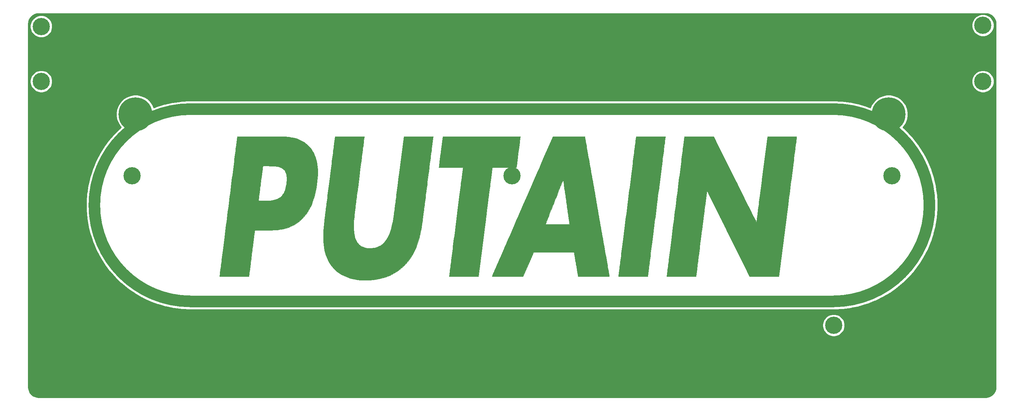
<source format=gbr>
G04 #@! TF.GenerationSoftware,KiCad,Pcbnew,(5.1.10)-1*
G04 #@! TF.CreationDate,2021-08-26T14:34:39+02:00*
G04 #@! TF.ProjectId,romeo-bottom,726f6d65-6f2d-4626-9f74-746f6d2e6b69,rev?*
G04 #@! TF.SameCoordinates,Original*
G04 #@! TF.FileFunction,Copper,L1,Top*
G04 #@! TF.FilePolarity,Positive*
%FSLAX46Y46*%
G04 Gerber Fmt 4.6, Leading zero omitted, Abs format (unit mm)*
G04 Created by KiCad (PCBNEW (5.1.10)-1) date 2021-08-26 14:34:39*
%MOMM*%
%LPD*%
G01*
G04 APERTURE LIST*
G04 #@! TA.AperFunction,EtchedComponent*
%ADD10C,3.000000*%
G04 #@! TD*
G04 #@! TA.AperFunction,EtchedComponent*
%ADD11C,0.010000*%
G04 #@! TD*
G04 #@! TA.AperFunction,ComponentPad*
%ADD12C,8.600000*%
G04 #@! TD*
G04 #@! TA.AperFunction,ComponentPad*
%ADD13C,4.400000*%
G04 #@! TD*
G04 #@! TA.AperFunction,Conductor*
%ADD14C,0.254000*%
G04 #@! TD*
G04 #@! TA.AperFunction,Conductor*
%ADD15C,2.000000*%
G04 #@! TD*
G04 APERTURE END LIST*
D10*
X63733333Y-36825000D02*
X227266667Y-36825000D01*
X63733333Y-85825000D02*
X227266667Y-85825000D01*
D11*
G36*
X147619324Y-43878375D02*
G01*
X147615621Y-43905179D01*
X147606937Y-43971856D01*
X147593541Y-44076272D01*
X147575702Y-44216294D01*
X147553689Y-44389789D01*
X147527771Y-44594621D01*
X147498216Y-44828659D01*
X147465294Y-45089768D01*
X147429274Y-45375814D01*
X147390424Y-45684665D01*
X147349013Y-46014186D01*
X147305311Y-46362244D01*
X147259585Y-46726705D01*
X147212106Y-47105435D01*
X147163142Y-47496302D01*
X147133132Y-47736000D01*
X147083364Y-48133488D01*
X147034901Y-48520330D01*
X146988013Y-48894377D01*
X146942971Y-49253480D01*
X146900045Y-49595489D01*
X146859507Y-49918254D01*
X146821625Y-50219627D01*
X146786672Y-50497459D01*
X146754916Y-50749599D01*
X146726629Y-50973899D01*
X146702082Y-51168209D01*
X146681544Y-51330380D01*
X146665287Y-51458263D01*
X146653580Y-51549708D01*
X146646694Y-51602567D01*
X146645002Y-51614792D01*
X146632445Y-51694167D01*
X143565139Y-51694167D01*
X143208373Y-51694202D01*
X142863357Y-51694307D01*
X142532447Y-51694477D01*
X142217996Y-51694707D01*
X141922361Y-51694995D01*
X141647897Y-51695335D01*
X141396958Y-51695724D01*
X141171899Y-51696157D01*
X140975076Y-51696631D01*
X140808843Y-51697141D01*
X140675555Y-51697684D01*
X140577568Y-51698255D01*
X140517237Y-51698851D01*
X140496913Y-51699458D01*
X140494221Y-51720566D01*
X140486341Y-51782578D01*
X140473409Y-51884398D01*
X140455567Y-52024934D01*
X140432951Y-52203091D01*
X140405701Y-52417776D01*
X140373956Y-52667894D01*
X140337855Y-52952353D01*
X140297536Y-53270058D01*
X140253139Y-53619916D01*
X140204801Y-54000832D01*
X140152662Y-54411713D01*
X140096860Y-54851465D01*
X140037535Y-55318995D01*
X139974825Y-55813208D01*
X139908869Y-56333011D01*
X139839805Y-56877309D01*
X139767773Y-57445010D01*
X139692911Y-58035018D01*
X139615359Y-58646242D01*
X139535254Y-59277586D01*
X139452736Y-59927956D01*
X139367943Y-60596260D01*
X139281014Y-61281403D01*
X139192089Y-61982292D01*
X139101305Y-62697832D01*
X139008802Y-63426930D01*
X138914718Y-64168492D01*
X138819192Y-64921424D01*
X138734359Y-65590083D01*
X136972726Y-79475417D01*
X133245453Y-79480767D01*
X129518181Y-79486117D01*
X129526381Y-79438433D01*
X129529471Y-79414974D01*
X129537740Y-79350619D01*
X129551048Y-79246471D01*
X129569254Y-79103633D01*
X129592220Y-78923207D01*
X129619804Y-78706296D01*
X129651868Y-78454002D01*
X129688272Y-78167429D01*
X129728875Y-77847677D01*
X129773538Y-77495851D01*
X129822120Y-77113053D01*
X129874483Y-76700384D01*
X129930487Y-76258949D01*
X129989991Y-75789848D01*
X130052855Y-75294186D01*
X130118940Y-74773064D01*
X130188107Y-74227584D01*
X130260214Y-73658851D01*
X130335123Y-73067965D01*
X130412694Y-72456030D01*
X130492786Y-71824148D01*
X130575260Y-71173422D01*
X130659976Y-70504954D01*
X130746794Y-69819847D01*
X130835575Y-69119203D01*
X130926178Y-68404126D01*
X131018464Y-67675716D01*
X131112293Y-66935078D01*
X131207525Y-66183314D01*
X131279988Y-65611250D01*
X131376205Y-64851682D01*
X131471134Y-64102353D01*
X131564636Y-63364367D01*
X131656570Y-62638828D01*
X131746795Y-61926842D01*
X131835172Y-61229514D01*
X131921561Y-60547947D01*
X132005821Y-59883248D01*
X132087813Y-59236520D01*
X132167395Y-58608869D01*
X132244428Y-58001400D01*
X132318771Y-57415216D01*
X132390285Y-56851424D01*
X132458829Y-56311128D01*
X132524263Y-55795432D01*
X132586446Y-55305442D01*
X132645239Y-54842261D01*
X132700502Y-54406996D01*
X132752094Y-54000751D01*
X132799875Y-53624631D01*
X132843704Y-53279740D01*
X132883443Y-52967183D01*
X132918949Y-52688065D01*
X132950084Y-52443491D01*
X132976707Y-52234566D01*
X132998678Y-52062395D01*
X133015857Y-51928082D01*
X133028103Y-51832732D01*
X133035276Y-51777449D01*
X133037240Y-51762958D01*
X133049085Y-51694167D01*
X126903259Y-51694167D01*
X126913763Y-51614792D01*
X126917458Y-51585809D01*
X126926158Y-51516955D01*
X126939596Y-51410361D01*
X126957502Y-51268159D01*
X126979610Y-51092481D01*
X127005651Y-50885459D01*
X127035357Y-50649226D01*
X127068460Y-50385912D01*
X127104692Y-50097650D01*
X127143786Y-49786572D01*
X127185472Y-49454810D01*
X127229484Y-49104495D01*
X127275553Y-48737760D01*
X127323411Y-48356737D01*
X127372790Y-47963557D01*
X127408675Y-47677793D01*
X127893083Y-43820170D01*
X137761512Y-43820168D01*
X147629942Y-43820167D01*
X147619324Y-43878375D01*
G37*
X147619324Y-43878375D02*
X147615621Y-43905179D01*
X147606937Y-43971856D01*
X147593541Y-44076272D01*
X147575702Y-44216294D01*
X147553689Y-44389789D01*
X147527771Y-44594621D01*
X147498216Y-44828659D01*
X147465294Y-45089768D01*
X147429274Y-45375814D01*
X147390424Y-45684665D01*
X147349013Y-46014186D01*
X147305311Y-46362244D01*
X147259585Y-46726705D01*
X147212106Y-47105435D01*
X147163142Y-47496302D01*
X147133132Y-47736000D01*
X147083364Y-48133488D01*
X147034901Y-48520330D01*
X146988013Y-48894377D01*
X146942971Y-49253480D01*
X146900045Y-49595489D01*
X146859507Y-49918254D01*
X146821625Y-50219627D01*
X146786672Y-50497459D01*
X146754916Y-50749599D01*
X146726629Y-50973899D01*
X146702082Y-51168209D01*
X146681544Y-51330380D01*
X146665287Y-51458263D01*
X146653580Y-51549708D01*
X146646694Y-51602567D01*
X146645002Y-51614792D01*
X146632445Y-51694167D01*
X143565139Y-51694167D01*
X143208373Y-51694202D01*
X142863357Y-51694307D01*
X142532447Y-51694477D01*
X142217996Y-51694707D01*
X141922361Y-51694995D01*
X141647897Y-51695335D01*
X141396958Y-51695724D01*
X141171899Y-51696157D01*
X140975076Y-51696631D01*
X140808843Y-51697141D01*
X140675555Y-51697684D01*
X140577568Y-51698255D01*
X140517237Y-51698851D01*
X140496913Y-51699458D01*
X140494221Y-51720566D01*
X140486341Y-51782578D01*
X140473409Y-51884398D01*
X140455567Y-52024934D01*
X140432951Y-52203091D01*
X140405701Y-52417776D01*
X140373956Y-52667894D01*
X140337855Y-52952353D01*
X140297536Y-53270058D01*
X140253139Y-53619916D01*
X140204801Y-54000832D01*
X140152662Y-54411713D01*
X140096860Y-54851465D01*
X140037535Y-55318995D01*
X139974825Y-55813208D01*
X139908869Y-56333011D01*
X139839805Y-56877309D01*
X139767773Y-57445010D01*
X139692911Y-58035018D01*
X139615359Y-58646242D01*
X139535254Y-59277586D01*
X139452736Y-59927956D01*
X139367943Y-60596260D01*
X139281014Y-61281403D01*
X139192089Y-61982292D01*
X139101305Y-62697832D01*
X139008802Y-63426930D01*
X138914718Y-64168492D01*
X138819192Y-64921424D01*
X138734359Y-65590083D01*
X136972726Y-79475417D01*
X133245453Y-79480767D01*
X129518181Y-79486117D01*
X129526381Y-79438433D01*
X129529471Y-79414974D01*
X129537740Y-79350619D01*
X129551048Y-79246471D01*
X129569254Y-79103633D01*
X129592220Y-78923207D01*
X129619804Y-78706296D01*
X129651868Y-78454002D01*
X129688272Y-78167429D01*
X129728875Y-77847677D01*
X129773538Y-77495851D01*
X129822120Y-77113053D01*
X129874483Y-76700384D01*
X129930487Y-76258949D01*
X129989991Y-75789848D01*
X130052855Y-75294186D01*
X130118940Y-74773064D01*
X130188107Y-74227584D01*
X130260214Y-73658851D01*
X130335123Y-73067965D01*
X130412694Y-72456030D01*
X130492786Y-71824148D01*
X130575260Y-71173422D01*
X130659976Y-70504954D01*
X130746794Y-69819847D01*
X130835575Y-69119203D01*
X130926178Y-68404126D01*
X131018464Y-67675716D01*
X131112293Y-66935078D01*
X131207525Y-66183314D01*
X131279988Y-65611250D01*
X131376205Y-64851682D01*
X131471134Y-64102353D01*
X131564636Y-63364367D01*
X131656570Y-62638828D01*
X131746795Y-61926842D01*
X131835172Y-61229514D01*
X131921561Y-60547947D01*
X132005821Y-59883248D01*
X132087813Y-59236520D01*
X132167395Y-58608869D01*
X132244428Y-58001400D01*
X132318771Y-57415216D01*
X132390285Y-56851424D01*
X132458829Y-56311128D01*
X132524263Y-55795432D01*
X132586446Y-55305442D01*
X132645239Y-54842261D01*
X132700502Y-54406996D01*
X132752094Y-54000751D01*
X132799875Y-53624631D01*
X132843704Y-53279740D01*
X132883443Y-52967183D01*
X132918949Y-52688065D01*
X132950084Y-52443491D01*
X132976707Y-52234566D01*
X132998678Y-52062395D01*
X133015857Y-51928082D01*
X133028103Y-51832732D01*
X133035276Y-51777449D01*
X133037240Y-51762958D01*
X133049085Y-51694167D01*
X126903259Y-51694167D01*
X126913763Y-51614792D01*
X126917458Y-51585809D01*
X126926158Y-51516955D01*
X126939596Y-51410361D01*
X126957502Y-51268159D01*
X126979610Y-51092481D01*
X127005651Y-50885459D01*
X127035357Y-50649226D01*
X127068460Y-50385912D01*
X127104692Y-50097650D01*
X127143786Y-49786572D01*
X127185472Y-49454810D01*
X127229484Y-49104495D01*
X127275553Y-48737760D01*
X127323411Y-48356737D01*
X127372790Y-47963557D01*
X127408675Y-47677793D01*
X127893083Y-43820170D01*
X137761512Y-43820168D01*
X147629942Y-43820167D01*
X147619324Y-43878375D01*
G36*
X122172269Y-43820178D02*
G01*
X122597275Y-43820225D01*
X122983627Y-43820326D01*
X123333166Y-43820501D01*
X123647730Y-43820770D01*
X123929161Y-43821150D01*
X124179297Y-43821662D01*
X124399979Y-43822324D01*
X124593047Y-43823156D01*
X124760340Y-43824177D01*
X124903698Y-43825406D01*
X125024961Y-43826862D01*
X125125970Y-43828565D01*
X125208563Y-43830533D01*
X125274581Y-43832786D01*
X125325863Y-43835343D01*
X125364250Y-43838222D01*
X125391581Y-43841445D01*
X125409696Y-43845028D01*
X125420436Y-43848992D01*
X125425639Y-43853356D01*
X125427145Y-43858139D01*
X125427167Y-43858940D01*
X125424532Y-43882326D01*
X125416758Y-43946187D01*
X125404037Y-44049001D01*
X125386561Y-44189245D01*
X125364524Y-44365397D01*
X125338118Y-44575937D01*
X125307536Y-44819342D01*
X125272971Y-45094089D01*
X125234616Y-45398658D01*
X125192663Y-45731527D01*
X125147306Y-46091173D01*
X125098736Y-46476074D01*
X125047148Y-46884710D01*
X124992733Y-47315557D01*
X124935685Y-47767095D01*
X124876196Y-48237801D01*
X124814459Y-48726154D01*
X124750667Y-49230631D01*
X124685013Y-49749711D01*
X124617689Y-50281872D01*
X124548889Y-50825592D01*
X124478804Y-51379349D01*
X124407629Y-51941622D01*
X124335555Y-52510888D01*
X124262776Y-53085626D01*
X124189484Y-53664313D01*
X124115873Y-54245429D01*
X124042134Y-54827451D01*
X123968461Y-55408856D01*
X123895046Y-55988125D01*
X123822083Y-56563733D01*
X123749764Y-57134161D01*
X123678282Y-57697885D01*
X123607830Y-58253385D01*
X123538600Y-58799137D01*
X123470786Y-59333621D01*
X123404579Y-59855314D01*
X123340174Y-60362695D01*
X123277763Y-60854241D01*
X123217538Y-61328432D01*
X123159692Y-61783744D01*
X123104419Y-62218657D01*
X123051910Y-62631648D01*
X123002360Y-63021195D01*
X122955960Y-63385777D01*
X122912903Y-63723872D01*
X122873382Y-64033958D01*
X122837591Y-64314512D01*
X122805721Y-64564014D01*
X122777966Y-64780942D01*
X122754518Y-64963773D01*
X122735571Y-65110985D01*
X122721316Y-65221057D01*
X122711948Y-65292468D01*
X122708919Y-65314917D01*
X122602309Y-66054151D01*
X122492164Y-66753872D01*
X122377842Y-67416803D01*
X122258699Y-68045663D01*
X122134091Y-68643175D01*
X122003376Y-69212061D01*
X121865909Y-69755042D01*
X121721049Y-70274839D01*
X121568151Y-70774174D01*
X121406573Y-71255769D01*
X121235670Y-71722346D01*
X121131597Y-71988208D01*
X120822795Y-72707554D01*
X120484677Y-73398294D01*
X120117682Y-74059839D01*
X119722245Y-74691601D01*
X119298804Y-75292991D01*
X118847796Y-75863419D01*
X118369658Y-76402296D01*
X117864827Y-76909034D01*
X117333739Y-77383043D01*
X116834993Y-77780186D01*
X116269101Y-78180494D01*
X115675268Y-78550221D01*
X115055443Y-78888764D01*
X114411575Y-79195521D01*
X113745612Y-79469889D01*
X113059505Y-79711265D01*
X112355200Y-79919047D01*
X111634648Y-80092633D01*
X110899798Y-80231419D01*
X110152597Y-80334804D01*
X109394995Y-80402184D01*
X108628941Y-80432958D01*
X108250417Y-80434485D01*
X108099582Y-80433084D01*
X107955380Y-80431344D01*
X107825689Y-80429392D01*
X107718386Y-80427352D01*
X107641348Y-80425352D01*
X107615417Y-80424347D01*
X106888796Y-80372651D01*
X106182617Y-80289133D01*
X105497973Y-80174181D01*
X104835957Y-80028186D01*
X104197663Y-79851535D01*
X103584183Y-79644618D01*
X102996611Y-79407822D01*
X102436039Y-79141538D01*
X101903561Y-78846154D01*
X101400270Y-78522058D01*
X100927260Y-78169640D01*
X100668088Y-77953171D01*
X100354043Y-77663954D01*
X100050811Y-77354146D01*
X99768533Y-77034617D01*
X99528635Y-76731457D01*
X99182435Y-76232203D01*
X98869265Y-75708996D01*
X98588928Y-75161292D01*
X98341229Y-74588544D01*
X98125972Y-73990207D01*
X97942960Y-73365735D01*
X97791999Y-72714583D01*
X97672891Y-72036204D01*
X97585441Y-71330054D01*
X97584016Y-71315667D01*
X97561377Y-71074660D01*
X97542975Y-70850727D01*
X97528439Y-70635342D01*
X97517400Y-70419977D01*
X97509486Y-70196103D01*
X97504327Y-69955192D01*
X97501553Y-69688719D01*
X97500789Y-69400083D01*
X97502750Y-69043086D01*
X97508700Y-68691727D01*
X97518957Y-68341575D01*
X97533835Y-67988199D01*
X97553650Y-67627167D01*
X97578717Y-67254048D01*
X97609352Y-66864408D01*
X97645870Y-66453818D01*
X97688587Y-66017845D01*
X97737818Y-65552057D01*
X97793879Y-65052023D01*
X97836024Y-64690500D01*
X97844807Y-64617702D01*
X97858738Y-64504334D01*
X97877638Y-64351820D01*
X97901327Y-64161586D01*
X97929626Y-63935058D01*
X97962353Y-63673661D01*
X97999331Y-63378821D01*
X98040379Y-63051964D01*
X98085317Y-62694514D01*
X98133965Y-62307899D01*
X98186144Y-61893543D01*
X98241674Y-61452871D01*
X98300375Y-60987311D01*
X98362068Y-60498286D01*
X98426572Y-59987223D01*
X98493708Y-59455548D01*
X98563297Y-58904685D01*
X98635157Y-58336061D01*
X98709111Y-57751101D01*
X98784977Y-57151231D01*
X98862576Y-56537876D01*
X98941729Y-55912462D01*
X99022256Y-55276414D01*
X99103976Y-54631159D01*
X99186710Y-53978121D01*
X99200740Y-53867404D01*
X99282714Y-53220500D01*
X99363341Y-52584182D01*
X99442460Y-51959736D01*
X99519907Y-51348451D01*
X99595519Y-50751615D01*
X99669132Y-50170516D01*
X99740584Y-49606441D01*
X99809712Y-49060678D01*
X99876353Y-48534517D01*
X99940343Y-48029243D01*
X100001520Y-47546146D01*
X100059720Y-47086513D01*
X100114780Y-46651632D01*
X100166538Y-46242791D01*
X100214830Y-45861278D01*
X100259494Y-45508380D01*
X100300365Y-45185387D01*
X100337282Y-44893585D01*
X100370080Y-44634262D01*
X100398598Y-44408707D01*
X100422671Y-44218208D01*
X100442138Y-44064052D01*
X100456834Y-43947527D01*
X100466597Y-43869921D01*
X100471263Y-43832522D01*
X100471667Y-43829112D01*
X100492477Y-43828167D01*
X100553485Y-43827249D01*
X100652554Y-43826364D01*
X100787548Y-43825517D01*
X100956332Y-43824714D01*
X101156768Y-43823958D01*
X101386721Y-43823256D01*
X101644055Y-43822612D01*
X101926634Y-43822032D01*
X102232322Y-43821521D01*
X102558982Y-43821083D01*
X102904479Y-43820725D01*
X103266676Y-43820451D01*
X103643438Y-43820266D01*
X104032629Y-43820175D01*
X104197000Y-43820167D01*
X104590713Y-43820213D01*
X104972883Y-43820351D01*
X105341373Y-43820574D01*
X105694048Y-43820879D01*
X106028771Y-43821259D01*
X106343407Y-43821711D01*
X106635818Y-43822230D01*
X106903870Y-43822810D01*
X107145426Y-43823448D01*
X107358349Y-43824137D01*
X107540505Y-43824874D01*
X107689757Y-43825653D01*
X107803968Y-43826470D01*
X107881003Y-43827319D01*
X107918726Y-43828197D01*
X107922333Y-43828568D01*
X107919689Y-43849908D01*
X107911870Y-43911908D01*
X107899046Y-44013231D01*
X107881386Y-44152540D01*
X107859061Y-44328501D01*
X107832241Y-44539777D01*
X107801094Y-44785033D01*
X107765792Y-45062932D01*
X107726503Y-45372138D01*
X107683399Y-45711317D01*
X107636647Y-46079132D01*
X107586419Y-46474247D01*
X107532884Y-46895326D01*
X107476213Y-47341034D01*
X107416574Y-47810035D01*
X107354137Y-48300992D01*
X107289074Y-48812570D01*
X107221552Y-49343434D01*
X107151743Y-49892246D01*
X107079816Y-50457672D01*
X107005940Y-51038376D01*
X106930287Y-51633021D01*
X106853024Y-52240272D01*
X106774323Y-52858793D01*
X106736279Y-53157776D01*
X106636558Y-53941482D01*
X106542040Y-54684388D01*
X106452574Y-55387690D01*
X106368011Y-56052583D01*
X106288201Y-56680261D01*
X106212995Y-57271918D01*
X106142243Y-57828749D01*
X106075795Y-58351950D01*
X106013502Y-58842714D01*
X105955215Y-59302237D01*
X105900782Y-59731712D01*
X105850056Y-60132336D01*
X105802887Y-60505301D01*
X105759124Y-60851804D01*
X105718618Y-61173038D01*
X105681220Y-61470199D01*
X105646780Y-61744481D01*
X105615148Y-61997078D01*
X105586175Y-62229186D01*
X105559711Y-62441999D01*
X105535607Y-62636712D01*
X105513712Y-62814519D01*
X105493878Y-62976615D01*
X105475954Y-63124194D01*
X105459792Y-63258453D01*
X105445241Y-63380584D01*
X105432152Y-63491783D01*
X105420375Y-63593244D01*
X105409761Y-63686163D01*
X105400159Y-63771733D01*
X105391422Y-63851150D01*
X105383398Y-63925607D01*
X105375938Y-63996301D01*
X105368893Y-64064425D01*
X105362273Y-64129583D01*
X105301162Y-64794663D01*
X105255828Y-65421770D01*
X105226251Y-66012205D01*
X105212411Y-66567273D01*
X105214289Y-67088275D01*
X105231864Y-67576513D01*
X105265119Y-68033291D01*
X105298890Y-68344473D01*
X105372591Y-68827925D01*
X105469026Y-69276990D01*
X105588760Y-69693343D01*
X105732354Y-70078660D01*
X105900373Y-70434616D01*
X106093378Y-70762887D01*
X106130196Y-70818250D01*
X106236836Y-70960347D01*
X106370226Y-71114357D01*
X106520689Y-71270702D01*
X106678545Y-71419808D01*
X106834117Y-71552096D01*
X106977724Y-71657992D01*
X106981331Y-71660387D01*
X107270536Y-71832548D01*
X107574843Y-71975383D01*
X107898038Y-72089979D01*
X108243907Y-72177420D01*
X108616233Y-72238792D01*
X109018801Y-72275181D01*
X109146185Y-72281394D01*
X109505980Y-72283472D01*
X109874129Y-72262556D01*
X110238556Y-72220013D01*
X110587185Y-72157206D01*
X110870079Y-72086615D01*
X111289157Y-71945191D01*
X111684882Y-71768561D01*
X112058365Y-71556067D01*
X112410716Y-71307053D01*
X112743047Y-71020860D01*
X112854017Y-70912615D01*
X113120840Y-70623383D01*
X113372830Y-70307148D01*
X113610473Y-69962691D01*
X113834258Y-69588793D01*
X114044673Y-69184237D01*
X114242206Y-68747804D01*
X114427344Y-68278275D01*
X114600576Y-67774432D01*
X114762391Y-67235057D01*
X114913275Y-66658931D01*
X115053717Y-66044837D01*
X115184204Y-65391555D01*
X115278410Y-64859833D01*
X115288852Y-64797077D01*
X115299547Y-64731325D01*
X115310648Y-64661416D01*
X115322304Y-64586191D01*
X115334667Y-64504487D01*
X115347887Y-64415145D01*
X115362116Y-64317003D01*
X115377504Y-64208901D01*
X115394203Y-64089678D01*
X115412363Y-63958174D01*
X115432136Y-63813227D01*
X115453671Y-63653676D01*
X115477121Y-63478362D01*
X115502636Y-63286123D01*
X115530367Y-63075799D01*
X115560465Y-62846229D01*
X115593081Y-62596251D01*
X115628366Y-62324706D01*
X115666471Y-62030433D01*
X115707546Y-61712270D01*
X115751743Y-61369058D01*
X115799213Y-60999635D01*
X115850107Y-60602840D01*
X115904575Y-60177513D01*
X115962769Y-59722494D01*
X116024839Y-59236620D01*
X116090937Y-58718733D01*
X116161213Y-58167670D01*
X116235818Y-57582271D01*
X116314903Y-56961375D01*
X116398620Y-56303823D01*
X116487119Y-55608452D01*
X116580551Y-54874102D01*
X116679067Y-54099612D01*
X116740696Y-53615042D01*
X117986373Y-43820166D01*
X121706770Y-43820166D01*
X122172269Y-43820178D01*
G37*
X122172269Y-43820178D02*
X122597275Y-43820225D01*
X122983627Y-43820326D01*
X123333166Y-43820501D01*
X123647730Y-43820770D01*
X123929161Y-43821150D01*
X124179297Y-43821662D01*
X124399979Y-43822324D01*
X124593047Y-43823156D01*
X124760340Y-43824177D01*
X124903698Y-43825406D01*
X125024961Y-43826862D01*
X125125970Y-43828565D01*
X125208563Y-43830533D01*
X125274581Y-43832786D01*
X125325863Y-43835343D01*
X125364250Y-43838222D01*
X125391581Y-43841445D01*
X125409696Y-43845028D01*
X125420436Y-43848992D01*
X125425639Y-43853356D01*
X125427145Y-43858139D01*
X125427167Y-43858940D01*
X125424532Y-43882326D01*
X125416758Y-43946187D01*
X125404037Y-44049001D01*
X125386561Y-44189245D01*
X125364524Y-44365397D01*
X125338118Y-44575937D01*
X125307536Y-44819342D01*
X125272971Y-45094089D01*
X125234616Y-45398658D01*
X125192663Y-45731527D01*
X125147306Y-46091173D01*
X125098736Y-46476074D01*
X125047148Y-46884710D01*
X124992733Y-47315557D01*
X124935685Y-47767095D01*
X124876196Y-48237801D01*
X124814459Y-48726154D01*
X124750667Y-49230631D01*
X124685013Y-49749711D01*
X124617689Y-50281872D01*
X124548889Y-50825592D01*
X124478804Y-51379349D01*
X124407629Y-51941622D01*
X124335555Y-52510888D01*
X124262776Y-53085626D01*
X124189484Y-53664313D01*
X124115873Y-54245429D01*
X124042134Y-54827451D01*
X123968461Y-55408856D01*
X123895046Y-55988125D01*
X123822083Y-56563733D01*
X123749764Y-57134161D01*
X123678282Y-57697885D01*
X123607830Y-58253385D01*
X123538600Y-58799137D01*
X123470786Y-59333621D01*
X123404579Y-59855314D01*
X123340174Y-60362695D01*
X123277763Y-60854241D01*
X123217538Y-61328432D01*
X123159692Y-61783744D01*
X123104419Y-62218657D01*
X123051910Y-62631648D01*
X123002360Y-63021195D01*
X122955960Y-63385777D01*
X122912903Y-63723872D01*
X122873382Y-64033958D01*
X122837591Y-64314512D01*
X122805721Y-64564014D01*
X122777966Y-64780942D01*
X122754518Y-64963773D01*
X122735571Y-65110985D01*
X122721316Y-65221057D01*
X122711948Y-65292468D01*
X122708919Y-65314917D01*
X122602309Y-66054151D01*
X122492164Y-66753872D01*
X122377842Y-67416803D01*
X122258699Y-68045663D01*
X122134091Y-68643175D01*
X122003376Y-69212061D01*
X121865909Y-69755042D01*
X121721049Y-70274839D01*
X121568151Y-70774174D01*
X121406573Y-71255769D01*
X121235670Y-71722346D01*
X121131597Y-71988208D01*
X120822795Y-72707554D01*
X120484677Y-73398294D01*
X120117682Y-74059839D01*
X119722245Y-74691601D01*
X119298804Y-75292991D01*
X118847796Y-75863419D01*
X118369658Y-76402296D01*
X117864827Y-76909034D01*
X117333739Y-77383043D01*
X116834993Y-77780186D01*
X116269101Y-78180494D01*
X115675268Y-78550221D01*
X115055443Y-78888764D01*
X114411575Y-79195521D01*
X113745612Y-79469889D01*
X113059505Y-79711265D01*
X112355200Y-79919047D01*
X111634648Y-80092633D01*
X110899798Y-80231419D01*
X110152597Y-80334804D01*
X109394995Y-80402184D01*
X108628941Y-80432958D01*
X108250417Y-80434485D01*
X108099582Y-80433084D01*
X107955380Y-80431344D01*
X107825689Y-80429392D01*
X107718386Y-80427352D01*
X107641348Y-80425352D01*
X107615417Y-80424347D01*
X106888796Y-80372651D01*
X106182617Y-80289133D01*
X105497973Y-80174181D01*
X104835957Y-80028186D01*
X104197663Y-79851535D01*
X103584183Y-79644618D01*
X102996611Y-79407822D01*
X102436039Y-79141538D01*
X101903561Y-78846154D01*
X101400270Y-78522058D01*
X100927260Y-78169640D01*
X100668088Y-77953171D01*
X100354043Y-77663954D01*
X100050811Y-77354146D01*
X99768533Y-77034617D01*
X99528635Y-76731457D01*
X99182435Y-76232203D01*
X98869265Y-75708996D01*
X98588928Y-75161292D01*
X98341229Y-74588544D01*
X98125972Y-73990207D01*
X97942960Y-73365735D01*
X97791999Y-72714583D01*
X97672891Y-72036204D01*
X97585441Y-71330054D01*
X97584016Y-71315667D01*
X97561377Y-71074660D01*
X97542975Y-70850727D01*
X97528439Y-70635342D01*
X97517400Y-70419977D01*
X97509486Y-70196103D01*
X97504327Y-69955192D01*
X97501553Y-69688719D01*
X97500789Y-69400083D01*
X97502750Y-69043086D01*
X97508700Y-68691727D01*
X97518957Y-68341575D01*
X97533835Y-67988199D01*
X97553650Y-67627167D01*
X97578717Y-67254048D01*
X97609352Y-66864408D01*
X97645870Y-66453818D01*
X97688587Y-66017845D01*
X97737818Y-65552057D01*
X97793879Y-65052023D01*
X97836024Y-64690500D01*
X97844807Y-64617702D01*
X97858738Y-64504334D01*
X97877638Y-64351820D01*
X97901327Y-64161586D01*
X97929626Y-63935058D01*
X97962353Y-63673661D01*
X97999331Y-63378821D01*
X98040379Y-63051964D01*
X98085317Y-62694514D01*
X98133965Y-62307899D01*
X98186144Y-61893543D01*
X98241674Y-61452871D01*
X98300375Y-60987311D01*
X98362068Y-60498286D01*
X98426572Y-59987223D01*
X98493708Y-59455548D01*
X98563297Y-58904685D01*
X98635157Y-58336061D01*
X98709111Y-57751101D01*
X98784977Y-57151231D01*
X98862576Y-56537876D01*
X98941729Y-55912462D01*
X99022256Y-55276414D01*
X99103976Y-54631159D01*
X99186710Y-53978121D01*
X99200740Y-53867404D01*
X99282714Y-53220500D01*
X99363341Y-52584182D01*
X99442460Y-51959736D01*
X99519907Y-51348451D01*
X99595519Y-50751615D01*
X99669132Y-50170516D01*
X99740584Y-49606441D01*
X99809712Y-49060678D01*
X99876353Y-48534517D01*
X99940343Y-48029243D01*
X100001520Y-47546146D01*
X100059720Y-47086513D01*
X100114780Y-46651632D01*
X100166538Y-46242791D01*
X100214830Y-45861278D01*
X100259494Y-45508380D01*
X100300365Y-45185387D01*
X100337282Y-44893585D01*
X100370080Y-44634262D01*
X100398598Y-44408707D01*
X100422671Y-44218208D01*
X100442138Y-44064052D01*
X100456834Y-43947527D01*
X100466597Y-43869921D01*
X100471263Y-43832522D01*
X100471667Y-43829112D01*
X100492477Y-43828167D01*
X100553485Y-43827249D01*
X100652554Y-43826364D01*
X100787548Y-43825517D01*
X100956332Y-43824714D01*
X101156768Y-43823958D01*
X101386721Y-43823256D01*
X101644055Y-43822612D01*
X101926634Y-43822032D01*
X102232322Y-43821521D01*
X102558982Y-43821083D01*
X102904479Y-43820725D01*
X103266676Y-43820451D01*
X103643438Y-43820266D01*
X104032629Y-43820175D01*
X104197000Y-43820167D01*
X104590713Y-43820213D01*
X104972883Y-43820351D01*
X105341373Y-43820574D01*
X105694048Y-43820879D01*
X106028771Y-43821259D01*
X106343407Y-43821711D01*
X106635818Y-43822230D01*
X106903870Y-43822810D01*
X107145426Y-43823448D01*
X107358349Y-43824137D01*
X107540505Y-43824874D01*
X107689757Y-43825653D01*
X107803968Y-43826470D01*
X107881003Y-43827319D01*
X107918726Y-43828197D01*
X107922333Y-43828568D01*
X107919689Y-43849908D01*
X107911870Y-43911908D01*
X107899046Y-44013231D01*
X107881386Y-44152540D01*
X107859061Y-44328501D01*
X107832241Y-44539777D01*
X107801094Y-44785033D01*
X107765792Y-45062932D01*
X107726503Y-45372138D01*
X107683399Y-45711317D01*
X107636647Y-46079132D01*
X107586419Y-46474247D01*
X107532884Y-46895326D01*
X107476213Y-47341034D01*
X107416574Y-47810035D01*
X107354137Y-48300992D01*
X107289074Y-48812570D01*
X107221552Y-49343434D01*
X107151743Y-49892246D01*
X107079816Y-50457672D01*
X107005940Y-51038376D01*
X106930287Y-51633021D01*
X106853024Y-52240272D01*
X106774323Y-52858793D01*
X106736279Y-53157776D01*
X106636558Y-53941482D01*
X106542040Y-54684388D01*
X106452574Y-55387690D01*
X106368011Y-56052583D01*
X106288201Y-56680261D01*
X106212995Y-57271918D01*
X106142243Y-57828749D01*
X106075795Y-58351950D01*
X106013502Y-58842714D01*
X105955215Y-59302237D01*
X105900782Y-59731712D01*
X105850056Y-60132336D01*
X105802887Y-60505301D01*
X105759124Y-60851804D01*
X105718618Y-61173038D01*
X105681220Y-61470199D01*
X105646780Y-61744481D01*
X105615148Y-61997078D01*
X105586175Y-62229186D01*
X105559711Y-62441999D01*
X105535607Y-62636712D01*
X105513712Y-62814519D01*
X105493878Y-62976615D01*
X105475954Y-63124194D01*
X105459792Y-63258453D01*
X105445241Y-63380584D01*
X105432152Y-63491783D01*
X105420375Y-63593244D01*
X105409761Y-63686163D01*
X105400159Y-63771733D01*
X105391422Y-63851150D01*
X105383398Y-63925607D01*
X105375938Y-63996301D01*
X105368893Y-64064425D01*
X105362273Y-64129583D01*
X105301162Y-64794663D01*
X105255828Y-65421770D01*
X105226251Y-66012205D01*
X105212411Y-66567273D01*
X105214289Y-67088275D01*
X105231864Y-67576513D01*
X105265119Y-68033291D01*
X105298890Y-68344473D01*
X105372591Y-68827925D01*
X105469026Y-69276990D01*
X105588760Y-69693343D01*
X105732354Y-70078660D01*
X105900373Y-70434616D01*
X106093378Y-70762887D01*
X106130196Y-70818250D01*
X106236836Y-70960347D01*
X106370226Y-71114357D01*
X106520689Y-71270702D01*
X106678545Y-71419808D01*
X106834117Y-71552096D01*
X106977724Y-71657992D01*
X106981331Y-71660387D01*
X107270536Y-71832548D01*
X107574843Y-71975383D01*
X107898038Y-72089979D01*
X108243907Y-72177420D01*
X108616233Y-72238792D01*
X109018801Y-72275181D01*
X109146185Y-72281394D01*
X109505980Y-72283472D01*
X109874129Y-72262556D01*
X110238556Y-72220013D01*
X110587185Y-72157206D01*
X110870079Y-72086615D01*
X111289157Y-71945191D01*
X111684882Y-71768561D01*
X112058365Y-71556067D01*
X112410716Y-71307053D01*
X112743047Y-71020860D01*
X112854017Y-70912615D01*
X113120840Y-70623383D01*
X113372830Y-70307148D01*
X113610473Y-69962691D01*
X113834258Y-69588793D01*
X114044673Y-69184237D01*
X114242206Y-68747804D01*
X114427344Y-68278275D01*
X114600576Y-67774432D01*
X114762391Y-67235057D01*
X114913275Y-66658931D01*
X115053717Y-66044837D01*
X115184204Y-65391555D01*
X115278410Y-64859833D01*
X115288852Y-64797077D01*
X115299547Y-64731325D01*
X115310648Y-64661416D01*
X115322304Y-64586191D01*
X115334667Y-64504487D01*
X115347887Y-64415145D01*
X115362116Y-64317003D01*
X115377504Y-64208901D01*
X115394203Y-64089678D01*
X115412363Y-63958174D01*
X115432136Y-63813227D01*
X115453671Y-63653676D01*
X115477121Y-63478362D01*
X115502636Y-63286123D01*
X115530367Y-63075799D01*
X115560465Y-62846229D01*
X115593081Y-62596251D01*
X115628366Y-62324706D01*
X115666471Y-62030433D01*
X115707546Y-61712270D01*
X115751743Y-61369058D01*
X115799213Y-60999635D01*
X115850107Y-60602840D01*
X115904575Y-60177513D01*
X115962769Y-59722494D01*
X116024839Y-59236620D01*
X116090937Y-58718733D01*
X116161213Y-58167670D01*
X116235818Y-57582271D01*
X116314903Y-56961375D01*
X116398620Y-56303823D01*
X116487119Y-55608452D01*
X116580551Y-54874102D01*
X116679067Y-54099612D01*
X116740696Y-53615042D01*
X117986373Y-43820166D01*
X121706770Y-43820166D01*
X122172269Y-43820178D01*
G36*
X164043725Y-43878321D02*
G01*
X164048769Y-43905923D01*
X164060883Y-43973892D01*
X164079863Y-44081060D01*
X164105502Y-44226259D01*
X164137598Y-44408324D01*
X164175946Y-44626086D01*
X164220340Y-44878380D01*
X164270576Y-45164039D01*
X164326451Y-45481894D01*
X164387758Y-45830780D01*
X164454295Y-46209529D01*
X164525855Y-46616974D01*
X164602236Y-47051949D01*
X164683231Y-47513286D01*
X164768637Y-47999819D01*
X164858248Y-48510380D01*
X164951862Y-49043803D01*
X165049272Y-49598920D01*
X165150274Y-50174565D01*
X165254664Y-50769571D01*
X165362237Y-51382770D01*
X165472789Y-52012997D01*
X165586115Y-52659083D01*
X165702011Y-53319862D01*
X165820272Y-53994167D01*
X165940693Y-54680831D01*
X166063070Y-55378686D01*
X166187198Y-56086567D01*
X166312874Y-56803306D01*
X166439891Y-57527736D01*
X166568047Y-58258691D01*
X166697135Y-58995002D01*
X166826952Y-59735504D01*
X166957293Y-60479029D01*
X167087954Y-61224410D01*
X167218729Y-61970481D01*
X167349415Y-62716074D01*
X167479807Y-63460022D01*
X167609701Y-64201159D01*
X167738891Y-64938318D01*
X167867173Y-65670331D01*
X167994343Y-66396031D01*
X168120196Y-67114253D01*
X168244527Y-67823828D01*
X168367133Y-68523590D01*
X168487808Y-69212371D01*
X168606348Y-69889006D01*
X168722548Y-70552326D01*
X168836205Y-71201165D01*
X168947112Y-71834356D01*
X169055066Y-72450732D01*
X169159863Y-73049126D01*
X169261297Y-73628372D01*
X169359164Y-74187301D01*
X169453259Y-74724748D01*
X169543379Y-75239544D01*
X169629318Y-75730524D01*
X169710872Y-76196520D01*
X169787836Y-76636366D01*
X169860006Y-77048894D01*
X169927177Y-77432937D01*
X169989145Y-77787329D01*
X170045705Y-78110902D01*
X170096653Y-78402490D01*
X170141783Y-78660925D01*
X170180892Y-78885041D01*
X170213775Y-79073670D01*
X170240228Y-79225647D01*
X170260045Y-79339803D01*
X170273022Y-79414971D01*
X170278956Y-79449986D01*
X170279333Y-79452522D01*
X170276663Y-79456602D01*
X170267485Y-79460340D01*
X170250044Y-79463751D01*
X170222588Y-79466848D01*
X170183362Y-79469648D01*
X170130615Y-79472165D01*
X170062592Y-79474413D01*
X169977539Y-79476408D01*
X169873704Y-79478164D01*
X169749334Y-79479696D01*
X169602674Y-79481019D01*
X169431971Y-79482148D01*
X169235472Y-79483096D01*
X169011424Y-79483880D01*
X168758073Y-79484514D01*
X168473665Y-79485013D01*
X168156448Y-79485391D01*
X167804668Y-79485664D01*
X167416571Y-79485846D01*
X166990404Y-79485951D01*
X166524415Y-79485996D01*
X166310583Y-79486000D01*
X165904036Y-79485917D01*
X165508965Y-79485672D01*
X165127441Y-79485275D01*
X164761531Y-79484733D01*
X164413307Y-79484056D01*
X164084838Y-79483250D01*
X163778193Y-79482324D01*
X163495442Y-79481288D01*
X163238654Y-79480148D01*
X163009899Y-79478913D01*
X162811246Y-79477592D01*
X162644766Y-79476192D01*
X162512527Y-79474722D01*
X162416599Y-79473191D01*
X162359052Y-79471606D01*
X162341784Y-79470125D01*
X162338271Y-79447399D01*
X162328070Y-79385780D01*
X162311666Y-79288099D01*
X162289543Y-79157184D01*
X162262186Y-78995865D01*
X162230080Y-78806970D01*
X162193708Y-78593329D01*
X162153556Y-78357772D01*
X162110108Y-78103127D01*
X162063848Y-77832223D01*
X162015262Y-77547890D01*
X161964833Y-77252957D01*
X161913047Y-76950253D01*
X161860388Y-76642608D01*
X161807340Y-76332850D01*
X161754388Y-76023809D01*
X161702017Y-75718314D01*
X161650711Y-75419194D01*
X161600955Y-75129279D01*
X161553233Y-74851397D01*
X161508030Y-74588378D01*
X161465830Y-74343051D01*
X161427118Y-74118245D01*
X161392379Y-73916790D01*
X161362097Y-73741514D01*
X161336757Y-73595247D01*
X161316843Y-73480818D01*
X161302840Y-73401057D01*
X161295233Y-73358791D01*
X161294075Y-73352958D01*
X161282693Y-73305333D01*
X151067318Y-73305333D01*
X149689204Y-76390375D01*
X148311091Y-79475417D01*
X144350771Y-79480764D01*
X143869579Y-79481400D01*
X143428950Y-79481943D01*
X143027114Y-79482380D01*
X142662302Y-79482696D01*
X142332744Y-79482875D01*
X142036669Y-79482906D01*
X141772309Y-79482772D01*
X141537892Y-79482460D01*
X141331650Y-79481955D01*
X141151811Y-79481244D01*
X140996607Y-79480312D01*
X140864268Y-79479144D01*
X140753023Y-79477727D01*
X140661102Y-79476046D01*
X140586737Y-79474087D01*
X140528156Y-79471836D01*
X140483590Y-79469278D01*
X140451269Y-79466399D01*
X140429423Y-79463185D01*
X140416283Y-79459622D01*
X140410078Y-79455695D01*
X140409038Y-79451390D01*
X140409943Y-79449014D01*
X140419302Y-79427874D01*
X140445233Y-79368619D01*
X140487428Y-79271956D01*
X140545581Y-79138592D01*
X140619384Y-78969233D01*
X140708529Y-78764588D01*
X140812708Y-78525362D01*
X140931615Y-78252264D01*
X141064940Y-77946000D01*
X141212378Y-77607277D01*
X141373620Y-77236803D01*
X141548358Y-76835284D01*
X141736286Y-76403428D01*
X141937095Y-75941941D01*
X142150479Y-75451531D01*
X142376128Y-74932905D01*
X142613737Y-74386769D01*
X142862997Y-73813832D01*
X143123601Y-73214799D01*
X143395241Y-72590379D01*
X143677610Y-71941278D01*
X143970400Y-71268203D01*
X144273303Y-70571862D01*
X144586013Y-69852960D01*
X144908221Y-69112207D01*
X145239619Y-68350308D01*
X145579902Y-67567971D01*
X145928759Y-66765902D01*
X146181863Y-66183972D01*
X154002167Y-66183972D01*
X154022941Y-66185060D01*
X154083695Y-66186113D01*
X154182076Y-66187122D01*
X154315731Y-66188082D01*
X154482305Y-66188984D01*
X154679446Y-66189821D01*
X154904800Y-66190586D01*
X155156013Y-66191273D01*
X155430734Y-66191874D01*
X155726607Y-66192381D01*
X156041281Y-66192788D01*
X156372400Y-66193087D01*
X156717613Y-66193271D01*
X157071333Y-66193333D01*
X157508616Y-66193265D01*
X157905261Y-66193051D01*
X158262962Y-66192676D01*
X158583414Y-66192126D01*
X158868313Y-66191386D01*
X159119352Y-66190443D01*
X159338227Y-66189281D01*
X159526632Y-66187887D01*
X159686262Y-66186245D01*
X159818812Y-66184342D01*
X159925976Y-66182163D01*
X160009451Y-66179693D01*
X160070929Y-66176919D01*
X160112106Y-66173825D01*
X160134677Y-66170397D01*
X160140500Y-66167192D01*
X160137600Y-66143784D01*
X160129098Y-66080556D01*
X160115288Y-65979606D01*
X160096464Y-65843035D01*
X160072921Y-65672943D01*
X160044952Y-65471429D01*
X160012853Y-65240593D01*
X159976918Y-64982535D01*
X159937441Y-64699355D01*
X159894717Y-64393152D01*
X159849039Y-64066026D01*
X159800703Y-63720078D01*
X159750003Y-63357407D01*
X159697232Y-62980112D01*
X159642686Y-62590293D01*
X159586660Y-62190051D01*
X159529446Y-61781485D01*
X159471340Y-61366695D01*
X159412636Y-60947780D01*
X159353629Y-60526841D01*
X159294613Y-60105977D01*
X159235881Y-59687288D01*
X159177730Y-59272874D01*
X159120453Y-58864834D01*
X159064344Y-58465269D01*
X159009697Y-58076277D01*
X158956809Y-57699960D01*
X158905971Y-57338417D01*
X158857480Y-56993747D01*
X158811629Y-56668050D01*
X158768713Y-56363426D01*
X158729026Y-56081976D01*
X158692863Y-55825797D01*
X158660518Y-55596992D01*
X158632285Y-55397659D01*
X158608459Y-55229897D01*
X158589334Y-55095808D01*
X158575204Y-54997490D01*
X158566365Y-54937044D01*
X158563184Y-54916792D01*
X158544168Y-54879623D01*
X158524475Y-54869167D01*
X158511766Y-54888624D01*
X158484434Y-54945892D01*
X158443165Y-55039313D01*
X158388646Y-55167229D01*
X158321563Y-55327984D01*
X158242605Y-55519920D01*
X158152457Y-55741380D01*
X158051806Y-55990706D01*
X157941340Y-56266242D01*
X157837995Y-56525458D01*
X157580889Y-57171917D01*
X157329170Y-57804887D01*
X157083263Y-58423300D01*
X156843592Y-59026088D01*
X156610581Y-59612181D01*
X156384655Y-60180512D01*
X156166238Y-60730012D01*
X155955754Y-61259614D01*
X155753628Y-61768248D01*
X155560284Y-62254846D01*
X155376146Y-62718341D01*
X155201638Y-63157663D01*
X155037185Y-63571744D01*
X154883210Y-63959516D01*
X154740139Y-64319911D01*
X154608396Y-64651860D01*
X154488405Y-64954295D01*
X154380589Y-65226148D01*
X154285374Y-65466350D01*
X154203184Y-65673833D01*
X154134442Y-65847528D01*
X154079574Y-65986367D01*
X154039004Y-66089283D01*
X154013155Y-66155205D01*
X154002453Y-66183067D01*
X154002167Y-66183972D01*
X146181863Y-66183972D01*
X146285885Y-65944809D01*
X146650972Y-65105399D01*
X147023711Y-64248379D01*
X147403796Y-63374456D01*
X147790919Y-62484338D01*
X148184773Y-61578730D01*
X148585049Y-60658341D01*
X148991441Y-59723877D01*
X149403640Y-58776046D01*
X149821339Y-57815554D01*
X150244231Y-56843109D01*
X150672008Y-55859418D01*
X151104362Y-54865187D01*
X151540986Y-53861124D01*
X151981573Y-52847936D01*
X152425814Y-51826330D01*
X152873402Y-50797014D01*
X153324030Y-49760693D01*
X153777390Y-48718076D01*
X154233175Y-47669869D01*
X154595575Y-46836417D01*
X155902486Y-43830750D01*
X159967133Y-43825404D01*
X164031779Y-43820059D01*
X164043725Y-43878321D01*
G37*
X164043725Y-43878321D02*
X164048769Y-43905923D01*
X164060883Y-43973892D01*
X164079863Y-44081060D01*
X164105502Y-44226259D01*
X164137598Y-44408324D01*
X164175946Y-44626086D01*
X164220340Y-44878380D01*
X164270576Y-45164039D01*
X164326451Y-45481894D01*
X164387758Y-45830780D01*
X164454295Y-46209529D01*
X164525855Y-46616974D01*
X164602236Y-47051949D01*
X164683231Y-47513286D01*
X164768637Y-47999819D01*
X164858248Y-48510380D01*
X164951862Y-49043803D01*
X165049272Y-49598920D01*
X165150274Y-50174565D01*
X165254664Y-50769571D01*
X165362237Y-51382770D01*
X165472789Y-52012997D01*
X165586115Y-52659083D01*
X165702011Y-53319862D01*
X165820272Y-53994167D01*
X165940693Y-54680831D01*
X166063070Y-55378686D01*
X166187198Y-56086567D01*
X166312874Y-56803306D01*
X166439891Y-57527736D01*
X166568047Y-58258691D01*
X166697135Y-58995002D01*
X166826952Y-59735504D01*
X166957293Y-60479029D01*
X167087954Y-61224410D01*
X167218729Y-61970481D01*
X167349415Y-62716074D01*
X167479807Y-63460022D01*
X167609701Y-64201159D01*
X167738891Y-64938318D01*
X167867173Y-65670331D01*
X167994343Y-66396031D01*
X168120196Y-67114253D01*
X168244527Y-67823828D01*
X168367133Y-68523590D01*
X168487808Y-69212371D01*
X168606348Y-69889006D01*
X168722548Y-70552326D01*
X168836205Y-71201165D01*
X168947112Y-71834356D01*
X169055066Y-72450732D01*
X169159863Y-73049126D01*
X169261297Y-73628372D01*
X169359164Y-74187301D01*
X169453259Y-74724748D01*
X169543379Y-75239544D01*
X169629318Y-75730524D01*
X169710872Y-76196520D01*
X169787836Y-76636366D01*
X169860006Y-77048894D01*
X169927177Y-77432937D01*
X169989145Y-77787329D01*
X170045705Y-78110902D01*
X170096653Y-78402490D01*
X170141783Y-78660925D01*
X170180892Y-78885041D01*
X170213775Y-79073670D01*
X170240228Y-79225647D01*
X170260045Y-79339803D01*
X170273022Y-79414971D01*
X170278956Y-79449986D01*
X170279333Y-79452522D01*
X170276663Y-79456602D01*
X170267485Y-79460340D01*
X170250044Y-79463751D01*
X170222588Y-79466848D01*
X170183362Y-79469648D01*
X170130615Y-79472165D01*
X170062592Y-79474413D01*
X169977539Y-79476408D01*
X169873704Y-79478164D01*
X169749334Y-79479696D01*
X169602674Y-79481019D01*
X169431971Y-79482148D01*
X169235472Y-79483096D01*
X169011424Y-79483880D01*
X168758073Y-79484514D01*
X168473665Y-79485013D01*
X168156448Y-79485391D01*
X167804668Y-79485664D01*
X167416571Y-79485846D01*
X166990404Y-79485951D01*
X166524415Y-79485996D01*
X166310583Y-79486000D01*
X165904036Y-79485917D01*
X165508965Y-79485672D01*
X165127441Y-79485275D01*
X164761531Y-79484733D01*
X164413307Y-79484056D01*
X164084838Y-79483250D01*
X163778193Y-79482324D01*
X163495442Y-79481288D01*
X163238654Y-79480148D01*
X163009899Y-79478913D01*
X162811246Y-79477592D01*
X162644766Y-79476192D01*
X162512527Y-79474722D01*
X162416599Y-79473191D01*
X162359052Y-79471606D01*
X162341784Y-79470125D01*
X162338271Y-79447399D01*
X162328070Y-79385780D01*
X162311666Y-79288099D01*
X162289543Y-79157184D01*
X162262186Y-78995865D01*
X162230080Y-78806970D01*
X162193708Y-78593329D01*
X162153556Y-78357772D01*
X162110108Y-78103127D01*
X162063848Y-77832223D01*
X162015262Y-77547890D01*
X161964833Y-77252957D01*
X161913047Y-76950253D01*
X161860388Y-76642608D01*
X161807340Y-76332850D01*
X161754388Y-76023809D01*
X161702017Y-75718314D01*
X161650711Y-75419194D01*
X161600955Y-75129279D01*
X161553233Y-74851397D01*
X161508030Y-74588378D01*
X161465830Y-74343051D01*
X161427118Y-74118245D01*
X161392379Y-73916790D01*
X161362097Y-73741514D01*
X161336757Y-73595247D01*
X161316843Y-73480818D01*
X161302840Y-73401057D01*
X161295233Y-73358791D01*
X161294075Y-73352958D01*
X161282693Y-73305333D01*
X151067318Y-73305333D01*
X149689204Y-76390375D01*
X148311091Y-79475417D01*
X144350771Y-79480764D01*
X143869579Y-79481400D01*
X143428950Y-79481943D01*
X143027114Y-79482380D01*
X142662302Y-79482696D01*
X142332744Y-79482875D01*
X142036669Y-79482906D01*
X141772309Y-79482772D01*
X141537892Y-79482460D01*
X141331650Y-79481955D01*
X141151811Y-79481244D01*
X140996607Y-79480312D01*
X140864268Y-79479144D01*
X140753023Y-79477727D01*
X140661102Y-79476046D01*
X140586737Y-79474087D01*
X140528156Y-79471836D01*
X140483590Y-79469278D01*
X140451269Y-79466399D01*
X140429423Y-79463185D01*
X140416283Y-79459622D01*
X140410078Y-79455695D01*
X140409038Y-79451390D01*
X140409943Y-79449014D01*
X140419302Y-79427874D01*
X140445233Y-79368619D01*
X140487428Y-79271956D01*
X140545581Y-79138592D01*
X140619384Y-78969233D01*
X140708529Y-78764588D01*
X140812708Y-78525362D01*
X140931615Y-78252264D01*
X141064940Y-77946000D01*
X141212378Y-77607277D01*
X141373620Y-77236803D01*
X141548358Y-76835284D01*
X141736286Y-76403428D01*
X141937095Y-75941941D01*
X142150479Y-75451531D01*
X142376128Y-74932905D01*
X142613737Y-74386769D01*
X142862997Y-73813832D01*
X143123601Y-73214799D01*
X143395241Y-72590379D01*
X143677610Y-71941278D01*
X143970400Y-71268203D01*
X144273303Y-70571862D01*
X144586013Y-69852960D01*
X144908221Y-69112207D01*
X145239619Y-68350308D01*
X145579902Y-67567971D01*
X145928759Y-66765902D01*
X146181863Y-66183972D01*
X154002167Y-66183972D01*
X154022941Y-66185060D01*
X154083695Y-66186113D01*
X154182076Y-66187122D01*
X154315731Y-66188082D01*
X154482305Y-66188984D01*
X154679446Y-66189821D01*
X154904800Y-66190586D01*
X155156013Y-66191273D01*
X155430734Y-66191874D01*
X155726607Y-66192381D01*
X156041281Y-66192788D01*
X156372400Y-66193087D01*
X156717613Y-66193271D01*
X157071333Y-66193333D01*
X157508616Y-66193265D01*
X157905261Y-66193051D01*
X158262962Y-66192676D01*
X158583414Y-66192126D01*
X158868313Y-66191386D01*
X159119352Y-66190443D01*
X159338227Y-66189281D01*
X159526632Y-66187887D01*
X159686262Y-66186245D01*
X159818812Y-66184342D01*
X159925976Y-66182163D01*
X160009451Y-66179693D01*
X160070929Y-66176919D01*
X160112106Y-66173825D01*
X160134677Y-66170397D01*
X160140500Y-66167192D01*
X160137600Y-66143784D01*
X160129098Y-66080556D01*
X160115288Y-65979606D01*
X160096464Y-65843035D01*
X160072921Y-65672943D01*
X160044952Y-65471429D01*
X160012853Y-65240593D01*
X159976918Y-64982535D01*
X159937441Y-64699355D01*
X159894717Y-64393152D01*
X159849039Y-64066026D01*
X159800703Y-63720078D01*
X159750003Y-63357407D01*
X159697232Y-62980112D01*
X159642686Y-62590293D01*
X159586660Y-62190051D01*
X159529446Y-61781485D01*
X159471340Y-61366695D01*
X159412636Y-60947780D01*
X159353629Y-60526841D01*
X159294613Y-60105977D01*
X159235881Y-59687288D01*
X159177730Y-59272874D01*
X159120453Y-58864834D01*
X159064344Y-58465269D01*
X159009697Y-58076277D01*
X158956809Y-57699960D01*
X158905971Y-57338417D01*
X158857480Y-56993747D01*
X158811629Y-56668050D01*
X158768713Y-56363426D01*
X158729026Y-56081976D01*
X158692863Y-55825797D01*
X158660518Y-55596992D01*
X158632285Y-55397659D01*
X158608459Y-55229897D01*
X158589334Y-55095808D01*
X158575204Y-54997490D01*
X158566365Y-54937044D01*
X158563184Y-54916792D01*
X158544168Y-54879623D01*
X158524475Y-54869167D01*
X158511766Y-54888624D01*
X158484434Y-54945892D01*
X158443165Y-55039313D01*
X158388646Y-55167229D01*
X158321563Y-55327984D01*
X158242605Y-55519920D01*
X158152457Y-55741380D01*
X158051806Y-55990706D01*
X157941340Y-56266242D01*
X157837995Y-56525458D01*
X157580889Y-57171917D01*
X157329170Y-57804887D01*
X157083263Y-58423300D01*
X156843592Y-59026088D01*
X156610581Y-59612181D01*
X156384655Y-60180512D01*
X156166238Y-60730012D01*
X155955754Y-61259614D01*
X155753628Y-61768248D01*
X155560284Y-62254846D01*
X155376146Y-62718341D01*
X155201638Y-63157663D01*
X155037185Y-63571744D01*
X154883210Y-63959516D01*
X154740139Y-64319911D01*
X154608396Y-64651860D01*
X154488405Y-64954295D01*
X154380589Y-65226148D01*
X154285374Y-65466350D01*
X154203184Y-65673833D01*
X154134442Y-65847528D01*
X154079574Y-65986367D01*
X154039004Y-66089283D01*
X154013155Y-66155205D01*
X154002453Y-66183067D01*
X154002167Y-66183972D01*
X146181863Y-66183972D01*
X146285885Y-65944809D01*
X146650972Y-65105399D01*
X147023711Y-64248379D01*
X147403796Y-63374456D01*
X147790919Y-62484338D01*
X148184773Y-61578730D01*
X148585049Y-60658341D01*
X148991441Y-59723877D01*
X149403640Y-58776046D01*
X149821339Y-57815554D01*
X150244231Y-56843109D01*
X150672008Y-55859418D01*
X151104362Y-54865187D01*
X151540986Y-53861124D01*
X151981573Y-52847936D01*
X152425814Y-51826330D01*
X152873402Y-50797014D01*
X153324030Y-49760693D01*
X153777390Y-48718076D01*
X154233175Y-47669869D01*
X154595575Y-46836417D01*
X155902486Y-43830750D01*
X159967133Y-43825404D01*
X164031779Y-43820059D01*
X164043725Y-43878321D01*
G36*
X181287659Y-43820188D02*
G01*
X181714471Y-43820263D01*
X182102588Y-43820409D01*
X182453828Y-43820642D01*
X182770013Y-43820980D01*
X183052959Y-43821439D01*
X183304487Y-43822036D01*
X183526416Y-43822788D01*
X183720564Y-43823712D01*
X183888751Y-43824825D01*
X184032797Y-43826143D01*
X184154519Y-43827683D01*
X184255738Y-43829463D01*
X184338273Y-43831498D01*
X184403942Y-43833807D01*
X184454564Y-43836405D01*
X184491960Y-43839310D01*
X184517948Y-43842539D01*
X184534347Y-43846107D01*
X184542976Y-43850033D01*
X184545655Y-43854333D01*
X184545667Y-43854677D01*
X184543033Y-43877348D01*
X184535232Y-43940837D01*
X184522413Y-44043963D01*
X184504724Y-44185547D01*
X184482316Y-44364408D01*
X184455338Y-44579365D01*
X184423937Y-44829239D01*
X184388265Y-45112849D01*
X184348470Y-45429015D01*
X184304701Y-45776556D01*
X184257108Y-46154293D01*
X184205840Y-46561045D01*
X184151045Y-46995631D01*
X184092874Y-47456872D01*
X184031476Y-47943587D01*
X183966999Y-48454596D01*
X183899593Y-48988719D01*
X183829407Y-49544775D01*
X183756591Y-50121583D01*
X183681293Y-50717965D01*
X183603664Y-51332739D01*
X183523851Y-51964725D01*
X183442005Y-52612743D01*
X183358274Y-53275613D01*
X183272808Y-53952154D01*
X183185756Y-54641186D01*
X183097268Y-55341529D01*
X183007491Y-56052002D01*
X182916577Y-56771425D01*
X182824674Y-57498619D01*
X182731930Y-58232401D01*
X182638497Y-58971594D01*
X182544521Y-59715015D01*
X182450154Y-60461485D01*
X182355544Y-61209823D01*
X182260840Y-61958850D01*
X182166192Y-62707384D01*
X182071748Y-63454247D01*
X181977659Y-64198256D01*
X181884073Y-64938233D01*
X181791139Y-65672996D01*
X181699007Y-66401366D01*
X181607826Y-67122162D01*
X181517746Y-67834204D01*
X181428914Y-68536311D01*
X181341482Y-69227304D01*
X181255597Y-69906002D01*
X181171409Y-70571225D01*
X181089068Y-71221792D01*
X181008722Y-71856523D01*
X180930522Y-72474238D01*
X180854615Y-73073757D01*
X180781151Y-73653900D01*
X180710280Y-74213485D01*
X180642151Y-74751333D01*
X180576912Y-75266264D01*
X180514714Y-75757096D01*
X180455705Y-76222651D01*
X180400035Y-76661748D01*
X180347853Y-77073205D01*
X180299308Y-77455844D01*
X180254549Y-77808484D01*
X180213726Y-78129944D01*
X180176988Y-78419044D01*
X180144484Y-78674605D01*
X180116363Y-78895445D01*
X180092774Y-79080384D01*
X180073867Y-79228242D01*
X180059792Y-79337840D01*
X180050696Y-79407995D01*
X180046730Y-79437529D01*
X180046588Y-79438375D01*
X180036360Y-79486000D01*
X172587558Y-79486000D01*
X172597868Y-79427792D01*
X172601199Y-79403022D01*
X172609676Y-79337502D01*
X172623151Y-79232411D01*
X172641472Y-79088929D01*
X172664493Y-78908237D01*
X172692062Y-78691516D01*
X172724032Y-78439944D01*
X172760252Y-78154702D01*
X172800574Y-77836971D01*
X172844849Y-77487930D01*
X172892927Y-77108760D01*
X172944659Y-76700640D01*
X172999895Y-76264752D01*
X173058488Y-75802274D01*
X173120287Y-75314388D01*
X173185143Y-74802274D01*
X173252907Y-74267111D01*
X173323430Y-73710080D01*
X173396563Y-73132360D01*
X173472157Y-72535133D01*
X173550061Y-71919578D01*
X173630128Y-71286876D01*
X173712208Y-70638206D01*
X173796151Y-69974749D01*
X173881809Y-69297684D01*
X173969032Y-68608193D01*
X174057672Y-67907455D01*
X174147578Y-67196650D01*
X174238602Y-66476959D01*
X174330594Y-65749562D01*
X174423406Y-65015638D01*
X174516888Y-64276368D01*
X174610891Y-63532933D01*
X174705266Y-62786511D01*
X174799863Y-62038285D01*
X174894534Y-61289433D01*
X174989129Y-60541135D01*
X175083498Y-59794573D01*
X175177494Y-59050926D01*
X175270966Y-58311374D01*
X175363765Y-57577097D01*
X175455743Y-56849276D01*
X175546750Y-56129091D01*
X175636636Y-55417722D01*
X175725253Y-54716349D01*
X175812451Y-54026152D01*
X175898082Y-53348311D01*
X175981996Y-52684007D01*
X176064043Y-52034420D01*
X176144075Y-51400729D01*
X176221942Y-50784116D01*
X176297496Y-50185759D01*
X176370586Y-49606840D01*
X176441065Y-49048539D01*
X176508782Y-48512035D01*
X176573588Y-47998509D01*
X176635335Y-47509141D01*
X176693873Y-47045111D01*
X176749052Y-46607600D01*
X176800725Y-46197787D01*
X176848740Y-45816852D01*
X176892950Y-45465977D01*
X176933205Y-45146340D01*
X176969356Y-44859122D01*
X177001254Y-44605504D01*
X177028749Y-44386665D01*
X177051692Y-44203785D01*
X177069934Y-44058046D01*
X177083326Y-43950626D01*
X177091719Y-43882706D01*
X177094964Y-43855467D01*
X177095000Y-43854992D01*
X177097190Y-43850625D01*
X177104975Y-43846637D01*
X177120176Y-43843010D01*
X177144615Y-43839728D01*
X177180113Y-43836774D01*
X177228492Y-43834130D01*
X177291574Y-43831780D01*
X177371180Y-43829706D01*
X177469131Y-43827892D01*
X177587249Y-43826321D01*
X177727356Y-43824974D01*
X177891274Y-43823837D01*
X178080823Y-43822890D01*
X178297825Y-43822118D01*
X178544103Y-43821504D01*
X178821477Y-43821030D01*
X179131769Y-43820679D01*
X179476800Y-43820434D01*
X179858393Y-43820278D01*
X180278368Y-43820195D01*
X180738547Y-43820167D01*
X180820333Y-43820167D01*
X181287659Y-43820188D01*
G37*
X181287659Y-43820188D02*
X181714471Y-43820263D01*
X182102588Y-43820409D01*
X182453828Y-43820642D01*
X182770013Y-43820980D01*
X183052959Y-43821439D01*
X183304487Y-43822036D01*
X183526416Y-43822788D01*
X183720564Y-43823712D01*
X183888751Y-43824825D01*
X184032797Y-43826143D01*
X184154519Y-43827683D01*
X184255738Y-43829463D01*
X184338273Y-43831498D01*
X184403942Y-43833807D01*
X184454564Y-43836405D01*
X184491960Y-43839310D01*
X184517948Y-43842539D01*
X184534347Y-43846107D01*
X184542976Y-43850033D01*
X184545655Y-43854333D01*
X184545667Y-43854677D01*
X184543033Y-43877348D01*
X184535232Y-43940837D01*
X184522413Y-44043963D01*
X184504724Y-44185547D01*
X184482316Y-44364408D01*
X184455338Y-44579365D01*
X184423937Y-44829239D01*
X184388265Y-45112849D01*
X184348470Y-45429015D01*
X184304701Y-45776556D01*
X184257108Y-46154293D01*
X184205840Y-46561045D01*
X184151045Y-46995631D01*
X184092874Y-47456872D01*
X184031476Y-47943587D01*
X183966999Y-48454596D01*
X183899593Y-48988719D01*
X183829407Y-49544775D01*
X183756591Y-50121583D01*
X183681293Y-50717965D01*
X183603664Y-51332739D01*
X183523851Y-51964725D01*
X183442005Y-52612743D01*
X183358274Y-53275613D01*
X183272808Y-53952154D01*
X183185756Y-54641186D01*
X183097268Y-55341529D01*
X183007491Y-56052002D01*
X182916577Y-56771425D01*
X182824674Y-57498619D01*
X182731930Y-58232401D01*
X182638497Y-58971594D01*
X182544521Y-59715015D01*
X182450154Y-60461485D01*
X182355544Y-61209823D01*
X182260840Y-61958850D01*
X182166192Y-62707384D01*
X182071748Y-63454247D01*
X181977659Y-64198256D01*
X181884073Y-64938233D01*
X181791139Y-65672996D01*
X181699007Y-66401366D01*
X181607826Y-67122162D01*
X181517746Y-67834204D01*
X181428914Y-68536311D01*
X181341482Y-69227304D01*
X181255597Y-69906002D01*
X181171409Y-70571225D01*
X181089068Y-71221792D01*
X181008722Y-71856523D01*
X180930522Y-72474238D01*
X180854615Y-73073757D01*
X180781151Y-73653900D01*
X180710280Y-74213485D01*
X180642151Y-74751333D01*
X180576912Y-75266264D01*
X180514714Y-75757096D01*
X180455705Y-76222651D01*
X180400035Y-76661748D01*
X180347853Y-77073205D01*
X180299308Y-77455844D01*
X180254549Y-77808484D01*
X180213726Y-78129944D01*
X180176988Y-78419044D01*
X180144484Y-78674605D01*
X180116363Y-78895445D01*
X180092774Y-79080384D01*
X180073867Y-79228242D01*
X180059792Y-79337840D01*
X180050696Y-79407995D01*
X180046730Y-79437529D01*
X180046588Y-79438375D01*
X180036360Y-79486000D01*
X172587558Y-79486000D01*
X172597868Y-79427792D01*
X172601199Y-79403022D01*
X172609676Y-79337502D01*
X172623151Y-79232411D01*
X172641472Y-79088929D01*
X172664493Y-78908237D01*
X172692062Y-78691516D01*
X172724032Y-78439944D01*
X172760252Y-78154702D01*
X172800574Y-77836971D01*
X172844849Y-77487930D01*
X172892927Y-77108760D01*
X172944659Y-76700640D01*
X172999895Y-76264752D01*
X173058488Y-75802274D01*
X173120287Y-75314388D01*
X173185143Y-74802274D01*
X173252907Y-74267111D01*
X173323430Y-73710080D01*
X173396563Y-73132360D01*
X173472157Y-72535133D01*
X173550061Y-71919578D01*
X173630128Y-71286876D01*
X173712208Y-70638206D01*
X173796151Y-69974749D01*
X173881809Y-69297684D01*
X173969032Y-68608193D01*
X174057672Y-67907455D01*
X174147578Y-67196650D01*
X174238602Y-66476959D01*
X174330594Y-65749562D01*
X174423406Y-65015638D01*
X174516888Y-64276368D01*
X174610891Y-63532933D01*
X174705266Y-62786511D01*
X174799863Y-62038285D01*
X174894534Y-61289433D01*
X174989129Y-60541135D01*
X175083498Y-59794573D01*
X175177494Y-59050926D01*
X175270966Y-58311374D01*
X175363765Y-57577097D01*
X175455743Y-56849276D01*
X175546750Y-56129091D01*
X175636636Y-55417722D01*
X175725253Y-54716349D01*
X175812451Y-54026152D01*
X175898082Y-53348311D01*
X175981996Y-52684007D01*
X176064043Y-52034420D01*
X176144075Y-51400729D01*
X176221942Y-50784116D01*
X176297496Y-50185759D01*
X176370586Y-49606840D01*
X176441065Y-49048539D01*
X176508782Y-48512035D01*
X176573588Y-47998509D01*
X176635335Y-47509141D01*
X176693873Y-47045111D01*
X176749052Y-46607600D01*
X176800725Y-46197787D01*
X176848740Y-45816852D01*
X176892950Y-45465977D01*
X176933205Y-45146340D01*
X176969356Y-44859122D01*
X177001254Y-44605504D01*
X177028749Y-44386665D01*
X177051692Y-44203785D01*
X177069934Y-44058046D01*
X177083326Y-43950626D01*
X177091719Y-43882706D01*
X177094964Y-43855467D01*
X177095000Y-43854992D01*
X177097190Y-43850625D01*
X177104975Y-43846637D01*
X177120176Y-43843010D01*
X177144615Y-43839728D01*
X177180113Y-43836774D01*
X177228492Y-43834130D01*
X177291574Y-43831780D01*
X177371180Y-43829706D01*
X177469131Y-43827892D01*
X177587249Y-43826321D01*
X177727356Y-43824974D01*
X177891274Y-43823837D01*
X178080823Y-43822890D01*
X178297825Y-43822118D01*
X178544103Y-43821504D01*
X178821477Y-43821030D01*
X179131769Y-43820679D01*
X179476800Y-43820434D01*
X179858393Y-43820278D01*
X180278368Y-43820195D01*
X180738547Y-43820167D01*
X180820333Y-43820167D01*
X181287659Y-43820188D01*
G36*
X81704107Y-43825745D02*
G01*
X82317180Y-43826435D01*
X82889504Y-43827067D01*
X83422661Y-43827669D01*
X83918235Y-43828270D01*
X84377810Y-43828900D01*
X84802969Y-43829589D01*
X85195295Y-43830364D01*
X85556372Y-43831256D01*
X85887784Y-43832293D01*
X86191114Y-43833504D01*
X86467945Y-43834920D01*
X86719860Y-43836569D01*
X86948444Y-43838480D01*
X87155280Y-43840682D01*
X87341951Y-43843205D01*
X87510041Y-43846078D01*
X87661132Y-43849330D01*
X87796809Y-43852990D01*
X87918655Y-43857088D01*
X88028254Y-43861652D01*
X88127189Y-43866712D01*
X88217042Y-43872297D01*
X88299399Y-43878435D01*
X88375842Y-43885158D01*
X88447955Y-43892493D01*
X88517321Y-43900469D01*
X88585524Y-43909116D01*
X88654146Y-43918464D01*
X88724773Y-43928541D01*
X88798986Y-43939376D01*
X88878370Y-43950999D01*
X88933643Y-43959012D01*
X89562693Y-44066833D01*
X90162528Y-44204971D01*
X90733707Y-44373651D01*
X91276791Y-44573100D01*
X91792341Y-44803541D01*
X92280916Y-45065201D01*
X92743077Y-45358305D01*
X93137322Y-45649502D01*
X93262362Y-45753814D01*
X93406190Y-45882480D01*
X93560479Y-46027343D01*
X93716905Y-46180245D01*
X93867144Y-46333025D01*
X94002872Y-46477528D01*
X94115763Y-46605593D01*
X94128818Y-46621200D01*
X94458909Y-47051875D01*
X94758277Y-47511523D01*
X95026880Y-47999948D01*
X95264678Y-48516957D01*
X95471628Y-49062354D01*
X95647692Y-49635946D01*
X95792827Y-50237537D01*
X95906992Y-50866934D01*
X95990146Y-51523942D01*
X96042249Y-52208366D01*
X96063259Y-52920012D01*
X96053135Y-53658685D01*
X96011836Y-54424191D01*
X95940251Y-55207833D01*
X95839382Y-56015381D01*
X95714884Y-56807608D01*
X95567521Y-57581558D01*
X95398059Y-58334275D01*
X95207262Y-59062803D01*
X94995896Y-59764186D01*
X94764726Y-60435466D01*
X94514516Y-61073687D01*
X94291393Y-61579491D01*
X93977776Y-62209602D01*
X93639681Y-62805187D01*
X93277075Y-63366281D01*
X92889922Y-63892921D01*
X92478189Y-64385143D01*
X92041842Y-64842984D01*
X91580847Y-65266478D01*
X91095169Y-65655664D01*
X90584776Y-66010576D01*
X90049632Y-66331252D01*
X89623750Y-66553364D01*
X89074390Y-66802187D01*
X88508523Y-67018250D01*
X87923170Y-67202398D01*
X87315355Y-67355480D01*
X86682097Y-67478342D01*
X86057167Y-67567489D01*
X85943704Y-67580950D01*
X85838834Y-67593038D01*
X85739737Y-67603835D01*
X85643595Y-67613425D01*
X85547588Y-67621889D01*
X85448897Y-67629310D01*
X85344703Y-67635773D01*
X85232187Y-67641359D01*
X85108531Y-67646151D01*
X84970915Y-67650233D01*
X84816520Y-67653687D01*
X84642527Y-67656596D01*
X84446117Y-67659042D01*
X84224471Y-67661110D01*
X83974770Y-67662881D01*
X83694194Y-67664438D01*
X83379926Y-67665865D01*
X83029146Y-67667244D01*
X82639034Y-67668658D01*
X82612292Y-67668753D01*
X82225876Y-67670168D01*
X81879643Y-67671547D01*
X81571444Y-67672924D01*
X81299128Y-67674333D01*
X81060544Y-67675810D01*
X80853544Y-67677387D01*
X80675977Y-67679100D01*
X80525692Y-67680982D01*
X80400540Y-67683069D01*
X80298370Y-67685395D01*
X80217033Y-67687993D01*
X80154379Y-67690899D01*
X80108257Y-67694146D01*
X80076517Y-67697769D01*
X80057009Y-67701802D01*
X80047584Y-67706280D01*
X80045833Y-67709757D01*
X80043185Y-67732437D01*
X80035417Y-67795045D01*
X80022792Y-67895519D01*
X80005574Y-68031796D01*
X79984027Y-68201814D01*
X79958415Y-68403512D01*
X79929002Y-68634828D01*
X79896051Y-68893699D01*
X79859826Y-69178063D01*
X79820590Y-69485859D01*
X79778609Y-69815024D01*
X79734144Y-70163497D01*
X79687461Y-70529215D01*
X79638823Y-70910116D01*
X79588493Y-71304139D01*
X79536736Y-71709221D01*
X79483815Y-72123301D01*
X79429994Y-72544316D01*
X79375537Y-72970204D01*
X79320707Y-73398904D01*
X79265769Y-73828352D01*
X79210985Y-74256489D01*
X79156621Y-74681250D01*
X79102939Y-75100575D01*
X79050203Y-75512401D01*
X78998677Y-75914666D01*
X78948626Y-76305308D01*
X78900312Y-76682266D01*
X78853999Y-77043476D01*
X78809952Y-77386878D01*
X78768433Y-77710410D01*
X78729708Y-78012008D01*
X78694038Y-78289611D01*
X78661689Y-78541158D01*
X78632924Y-78764586D01*
X78608007Y-78957832D01*
X78587202Y-79118836D01*
X78570771Y-79245535D01*
X78558980Y-79335867D01*
X78552092Y-79387771D01*
X78550950Y-79396042D01*
X78538193Y-79486000D01*
X71087526Y-79486000D01*
X71100225Y-79396042D01*
X71103482Y-79370797D01*
X71111924Y-79304530D01*
X71125429Y-79198216D01*
X71143873Y-79052830D01*
X71167133Y-78869350D01*
X71195085Y-78648750D01*
X71227606Y-78392007D01*
X71264572Y-78100097D01*
X71305860Y-77773995D01*
X71351346Y-77414679D01*
X71400907Y-77023122D01*
X71454419Y-76600303D01*
X71511760Y-76147196D01*
X71572804Y-75664778D01*
X71637430Y-75154024D01*
X71705513Y-74615911D01*
X71776930Y-74051414D01*
X71851557Y-73461510D01*
X71929272Y-72847174D01*
X72009950Y-72209383D01*
X72093469Y-71549112D01*
X72179704Y-70867337D01*
X72268532Y-70165035D01*
X72359830Y-69443181D01*
X72453474Y-68702752D01*
X72549340Y-67944722D01*
X72647307Y-67170069D01*
X72747248Y-66379768D01*
X72849043Y-65574795D01*
X72952566Y-64756126D01*
X73057694Y-63924738D01*
X73164305Y-63081605D01*
X73272273Y-62227705D01*
X73346266Y-61642500D01*
X73455080Y-60781911D01*
X73536007Y-60141905D01*
X80977167Y-60141905D01*
X80978442Y-60150809D01*
X80984531Y-60158288D01*
X80998825Y-60164465D01*
X81024715Y-60169463D01*
X81065595Y-60173407D01*
X81124855Y-60176421D01*
X81205887Y-60178627D01*
X81312085Y-60180151D01*
X81446838Y-60181116D01*
X81613540Y-60181645D01*
X81815583Y-60181862D01*
X82056358Y-60181892D01*
X82072542Y-60181891D01*
X82300495Y-60181427D01*
X82529011Y-60180139D01*
X82751969Y-60178117D01*
X82963250Y-60175450D01*
X83156736Y-60172227D01*
X83326309Y-60168537D01*
X83465849Y-60164469D01*
X83569236Y-60160112D01*
X83570083Y-60160066D01*
X84009877Y-60128466D01*
X84412707Y-60082822D01*
X84781779Y-60022459D01*
X85120296Y-59946703D01*
X85431462Y-59854879D01*
X85718481Y-59746314D01*
X85877250Y-59674397D01*
X86194549Y-59500838D01*
X86487267Y-59297902D01*
X86755794Y-59064882D01*
X87000516Y-58801066D01*
X87221824Y-58505746D01*
X87420105Y-58178212D01*
X87595748Y-57817755D01*
X87749142Y-57423664D01*
X87880676Y-56995232D01*
X87990737Y-56531747D01*
X88079714Y-56032502D01*
X88143836Y-55535917D01*
X88157455Y-55381374D01*
X88168161Y-55202359D01*
X88175890Y-55007176D01*
X88180581Y-54804130D01*
X88182169Y-54601528D01*
X88180591Y-54407673D01*
X88175783Y-54230872D01*
X88167683Y-54079430D01*
X88156227Y-53961652D01*
X88155868Y-53959000D01*
X88090900Y-53584641D01*
X88002499Y-53244728D01*
X87889838Y-52937915D01*
X87752092Y-52662859D01*
X87588438Y-52418215D01*
X87398049Y-52202637D01*
X87180101Y-52014782D01*
X86933769Y-51853305D01*
X86829357Y-51796948D01*
X86618418Y-51697930D01*
X86398600Y-51612684D01*
X86165311Y-51540266D01*
X85913956Y-51479737D01*
X85639940Y-51430152D01*
X85338670Y-51390572D01*
X85005552Y-51360053D01*
X84635990Y-51337654D01*
X84575500Y-51334864D01*
X84473343Y-51331147D01*
X84343631Y-51327721D01*
X84190788Y-51324607D01*
X84019237Y-51321823D01*
X83833404Y-51319389D01*
X83637714Y-51317325D01*
X83436589Y-51315651D01*
X83234456Y-51314385D01*
X83035738Y-51313548D01*
X82844861Y-51313159D01*
X82666248Y-51313238D01*
X82504324Y-51313804D01*
X82363513Y-51314876D01*
X82248240Y-51316476D01*
X82162930Y-51318621D01*
X82112007Y-51321332D01*
X82099000Y-51323904D01*
X82096353Y-51345629D01*
X82088580Y-51407394D01*
X82075929Y-51507245D01*
X82058649Y-51643233D01*
X82036990Y-51813404D01*
X82011201Y-52015808D01*
X81981530Y-52248492D01*
X81948227Y-52509505D01*
X81911541Y-52796896D01*
X81871721Y-53108712D01*
X81829017Y-53443002D01*
X81783676Y-53797815D01*
X81735950Y-54171198D01*
X81686085Y-54561200D01*
X81634333Y-54965870D01*
X81580941Y-55383255D01*
X81538083Y-55718225D01*
X81483541Y-56144665D01*
X81430445Y-56560170D01*
X81379044Y-56962772D01*
X81329589Y-57350502D01*
X81282329Y-57721390D01*
X81237514Y-58073469D01*
X81195393Y-58404768D01*
X81156217Y-58713318D01*
X81120234Y-58997151D01*
X81087694Y-59254298D01*
X81058848Y-59482790D01*
X81033945Y-59680656D01*
X81013233Y-59845930D01*
X80996964Y-59976641D01*
X80985387Y-60070820D01*
X80978752Y-60126499D01*
X80977167Y-60141905D01*
X73536007Y-60141905D01*
X73562619Y-59931449D01*
X73668760Y-59092090D01*
X73773379Y-58264808D01*
X73876353Y-57450579D01*
X73977559Y-56650379D01*
X74076873Y-55865181D01*
X74174171Y-55095963D01*
X74269331Y-54343698D01*
X74362228Y-53609363D01*
X74452740Y-52893932D01*
X74540742Y-52198380D01*
X74626112Y-51523684D01*
X74708726Y-50870818D01*
X74788460Y-50240757D01*
X74865191Y-49634477D01*
X74938796Y-49052953D01*
X75009152Y-48497159D01*
X75076133Y-47968073D01*
X75139619Y-47466668D01*
X75199484Y-46993920D01*
X75255605Y-46550804D01*
X75307860Y-46138295D01*
X75356124Y-45757370D01*
X75400274Y-45409002D01*
X75440186Y-45094167D01*
X75475738Y-44813841D01*
X75506806Y-44568998D01*
X75533265Y-44360615D01*
X75554994Y-44189665D01*
X75571868Y-44057125D01*
X75583764Y-43963970D01*
X75590559Y-43911174D01*
X75592203Y-43898821D01*
X75604798Y-43818726D01*
X81704107Y-43825745D01*
G37*
X81704107Y-43825745D02*
X82317180Y-43826435D01*
X82889504Y-43827067D01*
X83422661Y-43827669D01*
X83918235Y-43828270D01*
X84377810Y-43828900D01*
X84802969Y-43829589D01*
X85195295Y-43830364D01*
X85556372Y-43831256D01*
X85887784Y-43832293D01*
X86191114Y-43833504D01*
X86467945Y-43834920D01*
X86719860Y-43836569D01*
X86948444Y-43838480D01*
X87155280Y-43840682D01*
X87341951Y-43843205D01*
X87510041Y-43846078D01*
X87661132Y-43849330D01*
X87796809Y-43852990D01*
X87918655Y-43857088D01*
X88028254Y-43861652D01*
X88127189Y-43866712D01*
X88217042Y-43872297D01*
X88299399Y-43878435D01*
X88375842Y-43885158D01*
X88447955Y-43892493D01*
X88517321Y-43900469D01*
X88585524Y-43909116D01*
X88654146Y-43918464D01*
X88724773Y-43928541D01*
X88798986Y-43939376D01*
X88878370Y-43950999D01*
X88933643Y-43959012D01*
X89562693Y-44066833D01*
X90162528Y-44204971D01*
X90733707Y-44373651D01*
X91276791Y-44573100D01*
X91792341Y-44803541D01*
X92280916Y-45065201D01*
X92743077Y-45358305D01*
X93137322Y-45649502D01*
X93262362Y-45753814D01*
X93406190Y-45882480D01*
X93560479Y-46027343D01*
X93716905Y-46180245D01*
X93867144Y-46333025D01*
X94002872Y-46477528D01*
X94115763Y-46605593D01*
X94128818Y-46621200D01*
X94458909Y-47051875D01*
X94758277Y-47511523D01*
X95026880Y-47999948D01*
X95264678Y-48516957D01*
X95471628Y-49062354D01*
X95647692Y-49635946D01*
X95792827Y-50237537D01*
X95906992Y-50866934D01*
X95990146Y-51523942D01*
X96042249Y-52208366D01*
X96063259Y-52920012D01*
X96053135Y-53658685D01*
X96011836Y-54424191D01*
X95940251Y-55207833D01*
X95839382Y-56015381D01*
X95714884Y-56807608D01*
X95567521Y-57581558D01*
X95398059Y-58334275D01*
X95207262Y-59062803D01*
X94995896Y-59764186D01*
X94764726Y-60435466D01*
X94514516Y-61073687D01*
X94291393Y-61579491D01*
X93977776Y-62209602D01*
X93639681Y-62805187D01*
X93277075Y-63366281D01*
X92889922Y-63892921D01*
X92478189Y-64385143D01*
X92041842Y-64842984D01*
X91580847Y-65266478D01*
X91095169Y-65655664D01*
X90584776Y-66010576D01*
X90049632Y-66331252D01*
X89623750Y-66553364D01*
X89074390Y-66802187D01*
X88508523Y-67018250D01*
X87923170Y-67202398D01*
X87315355Y-67355480D01*
X86682097Y-67478342D01*
X86057167Y-67567489D01*
X85943704Y-67580950D01*
X85838834Y-67593038D01*
X85739737Y-67603835D01*
X85643595Y-67613425D01*
X85547588Y-67621889D01*
X85448897Y-67629310D01*
X85344703Y-67635773D01*
X85232187Y-67641359D01*
X85108531Y-67646151D01*
X84970915Y-67650233D01*
X84816520Y-67653687D01*
X84642527Y-67656596D01*
X84446117Y-67659042D01*
X84224471Y-67661110D01*
X83974770Y-67662881D01*
X83694194Y-67664438D01*
X83379926Y-67665865D01*
X83029146Y-67667244D01*
X82639034Y-67668658D01*
X82612292Y-67668753D01*
X82225876Y-67670168D01*
X81879643Y-67671547D01*
X81571444Y-67672924D01*
X81299128Y-67674333D01*
X81060544Y-67675810D01*
X80853544Y-67677387D01*
X80675977Y-67679100D01*
X80525692Y-67680982D01*
X80400540Y-67683069D01*
X80298370Y-67685395D01*
X80217033Y-67687993D01*
X80154379Y-67690899D01*
X80108257Y-67694146D01*
X80076517Y-67697769D01*
X80057009Y-67701802D01*
X80047584Y-67706280D01*
X80045833Y-67709757D01*
X80043185Y-67732437D01*
X80035417Y-67795045D01*
X80022792Y-67895519D01*
X80005574Y-68031796D01*
X79984027Y-68201814D01*
X79958415Y-68403512D01*
X79929002Y-68634828D01*
X79896051Y-68893699D01*
X79859826Y-69178063D01*
X79820590Y-69485859D01*
X79778609Y-69815024D01*
X79734144Y-70163497D01*
X79687461Y-70529215D01*
X79638823Y-70910116D01*
X79588493Y-71304139D01*
X79536736Y-71709221D01*
X79483815Y-72123301D01*
X79429994Y-72544316D01*
X79375537Y-72970204D01*
X79320707Y-73398904D01*
X79265769Y-73828352D01*
X79210985Y-74256489D01*
X79156621Y-74681250D01*
X79102939Y-75100575D01*
X79050203Y-75512401D01*
X78998677Y-75914666D01*
X78948626Y-76305308D01*
X78900312Y-76682266D01*
X78853999Y-77043476D01*
X78809952Y-77386878D01*
X78768433Y-77710410D01*
X78729708Y-78012008D01*
X78694038Y-78289611D01*
X78661689Y-78541158D01*
X78632924Y-78764586D01*
X78608007Y-78957832D01*
X78587202Y-79118836D01*
X78570771Y-79245535D01*
X78558980Y-79335867D01*
X78552092Y-79387771D01*
X78550950Y-79396042D01*
X78538193Y-79486000D01*
X71087526Y-79486000D01*
X71100225Y-79396042D01*
X71103482Y-79370797D01*
X71111924Y-79304530D01*
X71125429Y-79198216D01*
X71143873Y-79052830D01*
X71167133Y-78869350D01*
X71195085Y-78648750D01*
X71227606Y-78392007D01*
X71264572Y-78100097D01*
X71305860Y-77773995D01*
X71351346Y-77414679D01*
X71400907Y-77023122D01*
X71454419Y-76600303D01*
X71511760Y-76147196D01*
X71572804Y-75664778D01*
X71637430Y-75154024D01*
X71705513Y-74615911D01*
X71776930Y-74051414D01*
X71851557Y-73461510D01*
X71929272Y-72847174D01*
X72009950Y-72209383D01*
X72093469Y-71549112D01*
X72179704Y-70867337D01*
X72268532Y-70165035D01*
X72359830Y-69443181D01*
X72453474Y-68702752D01*
X72549340Y-67944722D01*
X72647307Y-67170069D01*
X72747248Y-66379768D01*
X72849043Y-65574795D01*
X72952566Y-64756126D01*
X73057694Y-63924738D01*
X73164305Y-63081605D01*
X73272273Y-62227705D01*
X73346266Y-61642500D01*
X73455080Y-60781911D01*
X73536007Y-60141905D01*
X80977167Y-60141905D01*
X80978442Y-60150809D01*
X80984531Y-60158288D01*
X80998825Y-60164465D01*
X81024715Y-60169463D01*
X81065595Y-60173407D01*
X81124855Y-60176421D01*
X81205887Y-60178627D01*
X81312085Y-60180151D01*
X81446838Y-60181116D01*
X81613540Y-60181645D01*
X81815583Y-60181862D01*
X82056358Y-60181892D01*
X82072542Y-60181891D01*
X82300495Y-60181427D01*
X82529011Y-60180139D01*
X82751969Y-60178117D01*
X82963250Y-60175450D01*
X83156736Y-60172227D01*
X83326309Y-60168537D01*
X83465849Y-60164469D01*
X83569236Y-60160112D01*
X83570083Y-60160066D01*
X84009877Y-60128466D01*
X84412707Y-60082822D01*
X84781779Y-60022459D01*
X85120296Y-59946703D01*
X85431462Y-59854879D01*
X85718481Y-59746314D01*
X85877250Y-59674397D01*
X86194549Y-59500838D01*
X86487267Y-59297902D01*
X86755794Y-59064882D01*
X87000516Y-58801066D01*
X87221824Y-58505746D01*
X87420105Y-58178212D01*
X87595748Y-57817755D01*
X87749142Y-57423664D01*
X87880676Y-56995232D01*
X87990737Y-56531747D01*
X88079714Y-56032502D01*
X88143836Y-55535917D01*
X88157455Y-55381374D01*
X88168161Y-55202359D01*
X88175890Y-55007176D01*
X88180581Y-54804130D01*
X88182169Y-54601528D01*
X88180591Y-54407673D01*
X88175783Y-54230872D01*
X88167683Y-54079430D01*
X88156227Y-53961652D01*
X88155868Y-53959000D01*
X88090900Y-53584641D01*
X88002499Y-53244728D01*
X87889838Y-52937915D01*
X87752092Y-52662859D01*
X87588438Y-52418215D01*
X87398049Y-52202637D01*
X87180101Y-52014782D01*
X86933769Y-51853305D01*
X86829357Y-51796948D01*
X86618418Y-51697930D01*
X86398600Y-51612684D01*
X86165311Y-51540266D01*
X85913956Y-51479737D01*
X85639940Y-51430152D01*
X85338670Y-51390572D01*
X85005552Y-51360053D01*
X84635990Y-51337654D01*
X84575500Y-51334864D01*
X84473343Y-51331147D01*
X84343631Y-51327721D01*
X84190788Y-51324607D01*
X84019237Y-51321823D01*
X83833404Y-51319389D01*
X83637714Y-51317325D01*
X83436589Y-51315651D01*
X83234456Y-51314385D01*
X83035738Y-51313548D01*
X82844861Y-51313159D01*
X82666248Y-51313238D01*
X82504324Y-51313804D01*
X82363513Y-51314876D01*
X82248240Y-51316476D01*
X82162930Y-51318621D01*
X82112007Y-51321332D01*
X82099000Y-51323904D01*
X82096353Y-51345629D01*
X82088580Y-51407394D01*
X82075929Y-51507245D01*
X82058649Y-51643233D01*
X82036990Y-51813404D01*
X82011201Y-52015808D01*
X81981530Y-52248492D01*
X81948227Y-52509505D01*
X81911541Y-52796896D01*
X81871721Y-53108712D01*
X81829017Y-53443002D01*
X81783676Y-53797815D01*
X81735950Y-54171198D01*
X81686085Y-54561200D01*
X81634333Y-54965870D01*
X81580941Y-55383255D01*
X81538083Y-55718225D01*
X81483541Y-56144665D01*
X81430445Y-56560170D01*
X81379044Y-56962772D01*
X81329589Y-57350502D01*
X81282329Y-57721390D01*
X81237514Y-58073469D01*
X81195393Y-58404768D01*
X81156217Y-58713318D01*
X81120234Y-58997151D01*
X81087694Y-59254298D01*
X81058848Y-59482790D01*
X81033945Y-59680656D01*
X81013233Y-59845930D01*
X80996964Y-59976641D01*
X80985387Y-60070820D01*
X80978752Y-60126499D01*
X80977167Y-60141905D01*
X73536007Y-60141905D01*
X73562619Y-59931449D01*
X73668760Y-59092090D01*
X73773379Y-58264808D01*
X73876353Y-57450579D01*
X73977559Y-56650379D01*
X74076873Y-55865181D01*
X74174171Y-55095963D01*
X74269331Y-54343698D01*
X74362228Y-53609363D01*
X74452740Y-52893932D01*
X74540742Y-52198380D01*
X74626112Y-51523684D01*
X74708726Y-50870818D01*
X74788460Y-50240757D01*
X74865191Y-49634477D01*
X74938796Y-49052953D01*
X75009152Y-48497159D01*
X75076133Y-47968073D01*
X75139619Y-47466668D01*
X75199484Y-46993920D01*
X75255605Y-46550804D01*
X75307860Y-46138295D01*
X75356124Y-45757370D01*
X75400274Y-45409002D01*
X75440186Y-45094167D01*
X75475738Y-44813841D01*
X75506806Y-44568998D01*
X75533265Y-44360615D01*
X75554994Y-44189665D01*
X75571868Y-44057125D01*
X75583764Y-43963970D01*
X75590559Y-43911174D01*
X75592203Y-43898821D01*
X75604798Y-43818726D01*
X81704107Y-43825745D01*
G36*
X202253804Y-54712485D02*
G01*
X202572587Y-55353472D01*
X202886745Y-55985011D01*
X203195749Y-56606041D01*
X203499070Y-57215503D01*
X203796179Y-57812335D01*
X204086546Y-58395480D01*
X204369642Y-58963875D01*
X204644938Y-59516460D01*
X204911904Y-60052177D01*
X205170012Y-60569964D01*
X205418731Y-61068761D01*
X205657532Y-61547508D01*
X205885887Y-62005146D01*
X206103265Y-62440613D01*
X206309138Y-62852850D01*
X206502976Y-63240796D01*
X206684250Y-63603392D01*
X206852431Y-63939577D01*
X207006989Y-64248291D01*
X207147395Y-64528474D01*
X207273119Y-64779066D01*
X207383633Y-64999006D01*
X207478407Y-65187235D01*
X207556911Y-65342692D01*
X207618617Y-65464317D01*
X207662995Y-65551050D01*
X207689516Y-65601830D01*
X207697621Y-65615934D01*
X207727351Y-65621395D01*
X207732869Y-65619156D01*
X207735996Y-65597871D01*
X207744290Y-65535823D01*
X207757594Y-65434250D01*
X207775750Y-65294385D01*
X207798599Y-65117464D01*
X207825986Y-64904724D01*
X207857752Y-64657398D01*
X207893739Y-64376723D01*
X207933790Y-64063934D01*
X207977748Y-63720266D01*
X208025455Y-63346955D01*
X208076752Y-62945236D01*
X208131484Y-62516344D01*
X208189491Y-62061515D01*
X208250617Y-61581984D01*
X208314704Y-61078987D01*
X208381595Y-60553758D01*
X208451131Y-60007534D01*
X208523155Y-59441550D01*
X208597510Y-58857040D01*
X208674038Y-58255241D01*
X208752581Y-57637388D01*
X208832982Y-57004716D01*
X208915084Y-56358460D01*
X208998728Y-55699856D01*
X209083758Y-55030140D01*
X209123664Y-54715751D01*
X210506583Y-43820252D01*
X214226625Y-43820209D01*
X217946667Y-43820167D01*
X217945791Y-43878375D01*
X217943109Y-43902055D01*
X217935230Y-43966761D01*
X217922276Y-44071525D01*
X217904370Y-44215374D01*
X217881635Y-44397338D01*
X217854193Y-44616446D01*
X217822166Y-44871729D01*
X217785677Y-45162214D01*
X217744848Y-45486932D01*
X217699803Y-45844912D01*
X217650663Y-46235182D01*
X217597551Y-46656773D01*
X217540590Y-47108714D01*
X217479902Y-47590034D01*
X217415610Y-48099762D01*
X217347835Y-48636929D01*
X217276702Y-49200562D01*
X217202331Y-49789691D01*
X217124846Y-50403346D01*
X217044370Y-51040557D01*
X216961024Y-51700351D01*
X216874931Y-52381760D01*
X216786214Y-53083811D01*
X216694996Y-53805535D01*
X216601398Y-54545961D01*
X216505543Y-55304117D01*
X216407554Y-56079034D01*
X216307554Y-56869741D01*
X216205665Y-57675267D01*
X216102008Y-58494641D01*
X215996708Y-59326893D01*
X215889886Y-60171052D01*
X215781665Y-61026147D01*
X215695612Y-61706000D01*
X213446308Y-79475417D01*
X205993486Y-79486117D01*
X200575218Y-68569350D01*
X200256630Y-67927550D01*
X199942650Y-67295219D01*
X199633807Y-66673415D01*
X199330628Y-66063197D01*
X199033642Y-65465625D01*
X198743377Y-64881756D01*
X198460361Y-64312651D01*
X198185123Y-63759368D01*
X197918190Y-63222966D01*
X197660091Y-62704503D01*
X197411354Y-62205040D01*
X197172507Y-61725634D01*
X196944078Y-61267345D01*
X196726596Y-60831232D01*
X196520589Y-60418353D01*
X196326585Y-60029768D01*
X196145112Y-59666535D01*
X195976698Y-59329714D01*
X195821871Y-59020363D01*
X195681161Y-58739541D01*
X195555094Y-58488308D01*
X195444200Y-58267721D01*
X195349005Y-58078841D01*
X195270039Y-57922726D01*
X195207830Y-57800435D01*
X195162906Y-57713026D01*
X195135795Y-57661560D01*
X195127100Y-57646842D01*
X195124002Y-57652866D01*
X195119302Y-57672465D01*
X195112878Y-57706583D01*
X195104607Y-57756164D01*
X195094368Y-57822151D01*
X195082038Y-57905488D01*
X195067496Y-58007118D01*
X195050619Y-58127985D01*
X195031285Y-58269033D01*
X195009373Y-58431205D01*
X194984759Y-58615445D01*
X194957323Y-58822696D01*
X194926941Y-59053903D01*
X194893493Y-59310008D01*
X194856855Y-59591955D01*
X194816906Y-59900688D01*
X194773524Y-60237151D01*
X194726587Y-60602287D01*
X194675972Y-60997039D01*
X194621557Y-61422351D01*
X194563221Y-61879168D01*
X194500841Y-62368432D01*
X194434296Y-62891087D01*
X194363463Y-63448076D01*
X194288220Y-64040344D01*
X194208445Y-64668834D01*
X194124016Y-65334489D01*
X194034811Y-66038254D01*
X193940708Y-66781071D01*
X193841585Y-67563884D01*
X193737319Y-68387637D01*
X193723763Y-68494759D01*
X193638506Y-69168454D01*
X193554550Y-69831823D01*
X193472052Y-70483618D01*
X193391170Y-71122592D01*
X193312063Y-71747498D01*
X193234889Y-72357089D01*
X193159805Y-72950118D01*
X193086969Y-73525338D01*
X193016540Y-74081501D01*
X192948675Y-74617360D01*
X192883533Y-75131670D01*
X192821271Y-75623181D01*
X192762047Y-76090648D01*
X192706021Y-76532823D01*
X192653348Y-76948459D01*
X192604189Y-77336308D01*
X192558699Y-77695125D01*
X192517039Y-78023662D01*
X192479365Y-78320671D01*
X192445835Y-78584906D01*
X192416608Y-78815119D01*
X192391842Y-79010064D01*
X192371694Y-79168493D01*
X192356323Y-79289159D01*
X192345886Y-79370815D01*
X192340542Y-79412214D01*
X192339868Y-79417208D01*
X192329461Y-79486000D01*
X184879526Y-79486000D01*
X184892245Y-79396042D01*
X184895502Y-79370797D01*
X184903946Y-79304530D01*
X184917452Y-79198216D01*
X184935897Y-79052830D01*
X184959158Y-78869350D01*
X184987111Y-78648750D01*
X185019632Y-78392007D01*
X185056599Y-78100097D01*
X185097888Y-77773995D01*
X185143375Y-77414678D01*
X185192936Y-77023122D01*
X185246449Y-76600303D01*
X185303790Y-76147196D01*
X185364836Y-75664778D01*
X185429462Y-75154024D01*
X185497546Y-74615911D01*
X185568963Y-74051414D01*
X185643591Y-73461510D01*
X185721307Y-72847174D01*
X185801985Y-72209383D01*
X185885504Y-71549112D01*
X185971740Y-70867337D01*
X186060568Y-70165035D01*
X186151866Y-69443181D01*
X186245511Y-68702751D01*
X186341378Y-67944722D01*
X186439344Y-67170068D01*
X186539286Y-66379767D01*
X186641081Y-65574795D01*
X186744604Y-64756126D01*
X186849732Y-63924737D01*
X186956343Y-63081605D01*
X187064312Y-62227704D01*
X187138304Y-61642500D01*
X187247117Y-60781916D01*
X187354655Y-59931460D01*
X187460795Y-59092109D01*
X187565412Y-58264836D01*
X187668385Y-57450618D01*
X187769588Y-56650430D01*
X187868900Y-55865246D01*
X187966195Y-55096042D01*
X188061352Y-54343793D01*
X188154246Y-53609475D01*
X188244754Y-52894062D01*
X188332753Y-52198530D01*
X188418119Y-51523854D01*
X188500729Y-50871009D01*
X188580459Y-50240970D01*
X188657186Y-49634713D01*
X188730786Y-49053212D01*
X188801137Y-48497443D01*
X188868114Y-47968382D01*
X188931594Y-47467002D01*
X188991454Y-46994281D01*
X189047570Y-46551191D01*
X189099819Y-46138710D01*
X189148077Y-45757812D01*
X189192222Y-45409472D01*
X189232129Y-45094666D01*
X189267675Y-44814368D01*
X189298736Y-44569554D01*
X189325190Y-44361200D01*
X189346913Y-44190279D01*
X189363781Y-44057768D01*
X189375671Y-43964642D01*
X189382460Y-43911875D01*
X189384100Y-43899542D01*
X189396554Y-43820167D01*
X196837359Y-43820167D01*
X202253804Y-54712485D01*
G37*
X202253804Y-54712485D02*
X202572587Y-55353472D01*
X202886745Y-55985011D01*
X203195749Y-56606041D01*
X203499070Y-57215503D01*
X203796179Y-57812335D01*
X204086546Y-58395480D01*
X204369642Y-58963875D01*
X204644938Y-59516460D01*
X204911904Y-60052177D01*
X205170012Y-60569964D01*
X205418731Y-61068761D01*
X205657532Y-61547508D01*
X205885887Y-62005146D01*
X206103265Y-62440613D01*
X206309138Y-62852850D01*
X206502976Y-63240796D01*
X206684250Y-63603392D01*
X206852431Y-63939577D01*
X207006989Y-64248291D01*
X207147395Y-64528474D01*
X207273119Y-64779066D01*
X207383633Y-64999006D01*
X207478407Y-65187235D01*
X207556911Y-65342692D01*
X207618617Y-65464317D01*
X207662995Y-65551050D01*
X207689516Y-65601830D01*
X207697621Y-65615934D01*
X207727351Y-65621395D01*
X207732869Y-65619156D01*
X207735996Y-65597871D01*
X207744290Y-65535823D01*
X207757594Y-65434250D01*
X207775750Y-65294385D01*
X207798599Y-65117464D01*
X207825986Y-64904724D01*
X207857752Y-64657398D01*
X207893739Y-64376723D01*
X207933790Y-64063934D01*
X207977748Y-63720266D01*
X208025455Y-63346955D01*
X208076752Y-62945236D01*
X208131484Y-62516344D01*
X208189491Y-62061515D01*
X208250617Y-61581984D01*
X208314704Y-61078987D01*
X208381595Y-60553758D01*
X208451131Y-60007534D01*
X208523155Y-59441550D01*
X208597510Y-58857040D01*
X208674038Y-58255241D01*
X208752581Y-57637388D01*
X208832982Y-57004716D01*
X208915084Y-56358460D01*
X208998728Y-55699856D01*
X209083758Y-55030140D01*
X209123664Y-54715751D01*
X210506583Y-43820252D01*
X214226625Y-43820209D01*
X217946667Y-43820167D01*
X217945791Y-43878375D01*
X217943109Y-43902055D01*
X217935230Y-43966761D01*
X217922276Y-44071525D01*
X217904370Y-44215374D01*
X217881635Y-44397338D01*
X217854193Y-44616446D01*
X217822166Y-44871729D01*
X217785677Y-45162214D01*
X217744848Y-45486932D01*
X217699803Y-45844912D01*
X217650663Y-46235182D01*
X217597551Y-46656773D01*
X217540590Y-47108714D01*
X217479902Y-47590034D01*
X217415610Y-48099762D01*
X217347835Y-48636929D01*
X217276702Y-49200562D01*
X217202331Y-49789691D01*
X217124846Y-50403346D01*
X217044370Y-51040557D01*
X216961024Y-51700351D01*
X216874931Y-52381760D01*
X216786214Y-53083811D01*
X216694996Y-53805535D01*
X216601398Y-54545961D01*
X216505543Y-55304117D01*
X216407554Y-56079034D01*
X216307554Y-56869741D01*
X216205665Y-57675267D01*
X216102008Y-58494641D01*
X215996708Y-59326893D01*
X215889886Y-60171052D01*
X215781665Y-61026147D01*
X215695612Y-61706000D01*
X213446308Y-79475417D01*
X205993486Y-79486117D01*
X200575218Y-68569350D01*
X200256630Y-67927550D01*
X199942650Y-67295219D01*
X199633807Y-66673415D01*
X199330628Y-66063197D01*
X199033642Y-65465625D01*
X198743377Y-64881756D01*
X198460361Y-64312651D01*
X198185123Y-63759368D01*
X197918190Y-63222966D01*
X197660091Y-62704503D01*
X197411354Y-62205040D01*
X197172507Y-61725634D01*
X196944078Y-61267345D01*
X196726596Y-60831232D01*
X196520589Y-60418353D01*
X196326585Y-60029768D01*
X196145112Y-59666535D01*
X195976698Y-59329714D01*
X195821871Y-59020363D01*
X195681161Y-58739541D01*
X195555094Y-58488308D01*
X195444200Y-58267721D01*
X195349005Y-58078841D01*
X195270039Y-57922726D01*
X195207830Y-57800435D01*
X195162906Y-57713026D01*
X195135795Y-57661560D01*
X195127100Y-57646842D01*
X195124002Y-57652866D01*
X195119302Y-57672465D01*
X195112878Y-57706583D01*
X195104607Y-57756164D01*
X195094368Y-57822151D01*
X195082038Y-57905488D01*
X195067496Y-58007118D01*
X195050619Y-58127985D01*
X195031285Y-58269033D01*
X195009373Y-58431205D01*
X194984759Y-58615445D01*
X194957323Y-58822696D01*
X194926941Y-59053903D01*
X194893493Y-59310008D01*
X194856855Y-59591955D01*
X194816906Y-59900688D01*
X194773524Y-60237151D01*
X194726587Y-60602287D01*
X194675972Y-60997039D01*
X194621557Y-61422351D01*
X194563221Y-61879168D01*
X194500841Y-62368432D01*
X194434296Y-62891087D01*
X194363463Y-63448076D01*
X194288220Y-64040344D01*
X194208445Y-64668834D01*
X194124016Y-65334489D01*
X194034811Y-66038254D01*
X193940708Y-66781071D01*
X193841585Y-67563884D01*
X193737319Y-68387637D01*
X193723763Y-68494759D01*
X193638506Y-69168454D01*
X193554550Y-69831823D01*
X193472052Y-70483618D01*
X193391170Y-71122592D01*
X193312063Y-71747498D01*
X193234889Y-72357089D01*
X193159805Y-72950118D01*
X193086969Y-73525338D01*
X193016540Y-74081501D01*
X192948675Y-74617360D01*
X192883533Y-75131670D01*
X192821271Y-75623181D01*
X192762047Y-76090648D01*
X192706021Y-76532823D01*
X192653348Y-76948459D01*
X192604189Y-77336308D01*
X192558699Y-77695125D01*
X192517039Y-78023662D01*
X192479365Y-78320671D01*
X192445835Y-78584906D01*
X192416608Y-78815119D01*
X192391842Y-79010064D01*
X192371694Y-79168493D01*
X192356323Y-79289159D01*
X192345886Y-79370815D01*
X192340542Y-79412214D01*
X192339868Y-79417208D01*
X192329461Y-79486000D01*
X184879526Y-79486000D01*
X184892245Y-79396042D01*
X184895502Y-79370797D01*
X184903946Y-79304530D01*
X184917452Y-79198216D01*
X184935897Y-79052830D01*
X184959158Y-78869350D01*
X184987111Y-78648750D01*
X185019632Y-78392007D01*
X185056599Y-78100097D01*
X185097888Y-77773995D01*
X185143375Y-77414678D01*
X185192936Y-77023122D01*
X185246449Y-76600303D01*
X185303790Y-76147196D01*
X185364836Y-75664778D01*
X185429462Y-75154024D01*
X185497546Y-74615911D01*
X185568963Y-74051414D01*
X185643591Y-73461510D01*
X185721307Y-72847174D01*
X185801985Y-72209383D01*
X185885504Y-71549112D01*
X185971740Y-70867337D01*
X186060568Y-70165035D01*
X186151866Y-69443181D01*
X186245511Y-68702751D01*
X186341378Y-67944722D01*
X186439344Y-67170068D01*
X186539286Y-66379767D01*
X186641081Y-65574795D01*
X186744604Y-64756126D01*
X186849732Y-63924737D01*
X186956343Y-63081605D01*
X187064312Y-62227704D01*
X187138304Y-61642500D01*
X187247117Y-60781916D01*
X187354655Y-59931460D01*
X187460795Y-59092109D01*
X187565412Y-58264836D01*
X187668385Y-57450618D01*
X187769588Y-56650430D01*
X187868900Y-55865246D01*
X187966195Y-55096042D01*
X188061352Y-54343793D01*
X188154246Y-53609475D01*
X188244754Y-52894062D01*
X188332753Y-52198530D01*
X188418119Y-51523854D01*
X188500729Y-50871009D01*
X188580459Y-50240970D01*
X188657186Y-49634713D01*
X188730786Y-49053212D01*
X188801137Y-48497443D01*
X188868114Y-47968382D01*
X188931594Y-47467002D01*
X188991454Y-46994281D01*
X189047570Y-46551191D01*
X189099819Y-46138710D01*
X189148077Y-45757812D01*
X189192222Y-45409472D01*
X189232129Y-45094666D01*
X189267675Y-44814368D01*
X189298736Y-44569554D01*
X189325190Y-44361200D01*
X189346913Y-44190279D01*
X189363781Y-44057768D01*
X189375671Y-43964642D01*
X189382460Y-43911875D01*
X189384100Y-43899542D01*
X189396554Y-43820167D01*
X196837359Y-43820167D01*
X202253804Y-54712485D01*
D10*
X63733333Y-85825000D02*
G75*
G02*
X63733333Y-36825000I0J24500000D01*
G01*
X227266667Y-36825000D02*
G75*
G02*
X227266667Y-85825000I0J-24500000D01*
G01*
D12*
X241366999Y-38133400D03*
X49717001Y-38133400D03*
D13*
X227380800Y-91922600D03*
X63703200Y-91922600D03*
X48844200Y-53822600D03*
X242239800Y-53822600D03*
X145504499Y-53822600D03*
X265366999Y-15497599D03*
X265366999Y-29772600D03*
X25717001Y-29772600D03*
X25717001Y-15772600D03*
D14*
X266022539Y-12482601D02*
X266561408Y-12534944D01*
X267046132Y-12680812D01*
X267493287Y-12918047D01*
X267885849Y-13237621D01*
X268208862Y-13627355D01*
X268450023Y-14072408D01*
X268600148Y-14555829D01*
X268657001Y-15092077D01*
X268656999Y-107628138D01*
X268604656Y-108167009D01*
X268458788Y-108651732D01*
X268221552Y-109098888D01*
X267901979Y-109491449D01*
X267512243Y-109814463D01*
X267067192Y-110055623D01*
X266583771Y-110205748D01*
X266047529Y-110262600D01*
X25061466Y-110264659D01*
X24522591Y-110212316D01*
X24037868Y-110066448D01*
X23590712Y-109829212D01*
X23198151Y-109509639D01*
X22875137Y-109119903D01*
X22633977Y-108674852D01*
X22483852Y-108191431D01*
X22426999Y-107655183D01*
X22426999Y-91643377D01*
X224545800Y-91643377D01*
X224545800Y-92201823D01*
X224654748Y-92749539D01*
X224868456Y-93265476D01*
X225178712Y-93729807D01*
X225573593Y-94124688D01*
X226037924Y-94434944D01*
X226553861Y-94648652D01*
X227101577Y-94757600D01*
X227660023Y-94757600D01*
X228207739Y-94648652D01*
X228723676Y-94434944D01*
X229188007Y-94124688D01*
X229582888Y-93729807D01*
X229893144Y-93265476D01*
X230106852Y-92749539D01*
X230215800Y-92201823D01*
X230215800Y-91643377D01*
X230106852Y-91095661D01*
X229893144Y-90579724D01*
X229582888Y-90115393D01*
X229188007Y-89720512D01*
X228723676Y-89410256D01*
X228207739Y-89196548D01*
X227660023Y-89087600D01*
X227101577Y-89087600D01*
X226553861Y-89196548D01*
X226037924Y-89410256D01*
X225573593Y-89720512D01*
X225178712Y-90115393D01*
X224868456Y-90579724D01*
X224654748Y-91095661D01*
X224545800Y-91643377D01*
X22426999Y-91643377D01*
X22426999Y-60458783D01*
X37113287Y-60458783D01*
X37113287Y-60481140D01*
X37123583Y-62447571D01*
X37126964Y-62522013D01*
X37129564Y-62596473D01*
X37131357Y-62618758D01*
X37299326Y-64578030D01*
X37308669Y-64651988D01*
X37317229Y-64725971D01*
X37320803Y-64748040D01*
X37645362Y-66687530D01*
X37660606Y-66760497D01*
X37675072Y-66833559D01*
X37680405Y-66855271D01*
X38159464Y-68762484D01*
X38180505Y-68833974D01*
X38200790Y-68905661D01*
X38207847Y-68926875D01*
X38838319Y-70789524D01*
X38865033Y-70859115D01*
X38890994Y-70928924D01*
X38899730Y-70949504D01*
X39677553Y-72755591D01*
X39709750Y-72822791D01*
X39741238Y-72890318D01*
X39751596Y-72910131D01*
X40671760Y-74648019D01*
X40709261Y-74712452D01*
X40746046Y-74777205D01*
X40757959Y-74796124D01*
X41814536Y-76454617D01*
X41857058Y-76515797D01*
X41898942Y-76577428D01*
X41912335Y-76595331D01*
X43098518Y-78163746D01*
X43145801Y-78221310D01*
X43192503Y-78279395D01*
X43207288Y-78296165D01*
X44515436Y-79764398D01*
X44567205Y-79818006D01*
X44618391Y-79872134D01*
X44634474Y-79887665D01*
X46056158Y-81246255D01*
X46112051Y-81295532D01*
X46167423Y-81345389D01*
X46184699Y-81359580D01*
X47710762Y-82599778D01*
X47770443Y-82644425D01*
X47829619Y-82689669D01*
X47847977Y-82702428D01*
X49468587Y-83816243D01*
X49531664Y-83855965D01*
X49594270Y-83896312D01*
X49613593Y-83907558D01*
X51318309Y-84887813D01*
X51384364Y-84922346D01*
X51450008Y-84957544D01*
X51470148Y-84967193D01*
X51470171Y-84967205D01*
X51470192Y-84967214D01*
X53248011Y-85807585D01*
X53316565Y-85836684D01*
X53384879Y-85866530D01*
X53405752Y-85874542D01*
X55245263Y-86569635D01*
X55315995Y-86593164D01*
X55386417Y-86617413D01*
X55407848Y-86623720D01*
X55407866Y-86623726D01*
X55407883Y-86623730D01*
X57297195Y-87169053D01*
X57369569Y-87186830D01*
X57441728Y-87205357D01*
X57463606Y-87209928D01*
X57463612Y-87209929D01*
X57463617Y-87209930D01*
X59390594Y-87601977D01*
X59464107Y-87613884D01*
X59537570Y-87626573D01*
X59559751Y-87629375D01*
X61511966Y-87865620D01*
X61586234Y-87871595D01*
X61660444Y-87878349D01*
X61682776Y-87879363D01*
X61682778Y-87879363D01*
X63585741Y-87955793D01*
X63628451Y-87960000D01*
X227371549Y-87960000D01*
X227377120Y-87959451D01*
X227534402Y-87958628D01*
X227571643Y-87956937D01*
X227608908Y-87956937D01*
X227631242Y-87955923D01*
X229595181Y-87856434D01*
X229669406Y-87849679D01*
X229743657Y-87843705D01*
X229765835Y-87840903D01*
X229765839Y-87840903D01*
X229765842Y-87840902D01*
X231715473Y-87584229D01*
X231788884Y-87571548D01*
X231862452Y-87559633D01*
X231884337Y-87555061D01*
X233807106Y-87142854D01*
X233879291Y-87124320D01*
X233951636Y-87106551D01*
X233973063Y-87100244D01*
X233973086Y-87100238D01*
X233973106Y-87100231D01*
X235856601Y-86535156D01*
X235927069Y-86510892D01*
X235997756Y-86487378D01*
X236018628Y-86479366D01*
X237850759Y-85765048D01*
X237919073Y-85735202D01*
X237987627Y-85706103D01*
X238007779Y-85696448D01*
X238007790Y-85696443D01*
X238007800Y-85696438D01*
X239776732Y-84837491D01*
X239842422Y-84802269D01*
X239908433Y-84767759D01*
X239927746Y-84756519D01*
X239927755Y-84756514D01*
X239927762Y-84756509D01*
X241622113Y-83758460D01*
X241684767Y-83718082D01*
X241747796Y-83678391D01*
X241766141Y-83665640D01*
X241766155Y-83665631D01*
X241766166Y-83665622D01*
X243375011Y-82534908D01*
X243434213Y-82489645D01*
X243493868Y-82445017D01*
X243511131Y-82430837D01*
X243511145Y-82430826D01*
X243511157Y-82430815D01*
X245024136Y-81174716D01*
X245079501Y-81124866D01*
X245135401Y-81075583D01*
X245151484Y-81060052D01*
X246558863Y-79686648D01*
X246610047Y-79632522D01*
X246661819Y-79578911D01*
X246676604Y-79562140D01*
X247969305Y-78080289D01*
X248015993Y-78022221D01*
X248063289Y-77964642D01*
X248076681Y-77946740D01*
X249246375Y-76365990D01*
X249288232Y-76304398D01*
X249330782Y-76243178D01*
X249342695Y-76224259D01*
X250381847Y-74554792D01*
X250418632Y-74490039D01*
X250456133Y-74425606D01*
X250466484Y-74405805D01*
X250466491Y-74405793D01*
X250466496Y-74405783D01*
X251368406Y-72658364D01*
X251399902Y-72590820D01*
X251432091Y-72523637D01*
X251440827Y-72503057D01*
X252199695Y-70688924D01*
X252225668Y-70619084D01*
X252252370Y-70549523D01*
X252259427Y-70528309D01*
X252870359Y-68659160D01*
X252890644Y-68587474D01*
X252911685Y-68515983D01*
X252917018Y-68494271D01*
X253376078Y-66582148D01*
X253390551Y-66509055D01*
X253405788Y-66436119D01*
X253409362Y-66414049D01*
X253713594Y-64471268D01*
X253722157Y-64397259D01*
X253731497Y-64323324D01*
X253733290Y-64301039D01*
X253880732Y-62340117D01*
X253883332Y-62265664D01*
X253886713Y-62191217D01*
X253886713Y-62168860D01*
X253876417Y-60202429D01*
X253873036Y-60127987D01*
X253870436Y-60053527D01*
X253868643Y-60031242D01*
X253700674Y-58071971D01*
X253691332Y-57998019D01*
X253682771Y-57924029D01*
X253679197Y-57901960D01*
X253354638Y-55962471D01*
X253339400Y-55889532D01*
X253324928Y-55816440D01*
X253319595Y-55794728D01*
X252840536Y-53887516D01*
X252819491Y-53816012D01*
X252799210Y-53744340D01*
X252792153Y-53723125D01*
X252161681Y-51860476D01*
X252134967Y-51790885D01*
X252109006Y-51721076D01*
X252100270Y-51700496D01*
X251322447Y-49894410D01*
X251290252Y-49827214D01*
X251258762Y-49759682D01*
X251248404Y-49739869D01*
X250328240Y-48001981D01*
X250290752Y-47937571D01*
X250253954Y-47872794D01*
X250242053Y-47853897D01*
X250242041Y-47853876D01*
X250242029Y-47853859D01*
X249185464Y-46195383D01*
X249142921Y-46134172D01*
X249101057Y-46072571D01*
X249087665Y-46054669D01*
X247901482Y-44486253D01*
X247854139Y-44428616D01*
X247807497Y-44370605D01*
X247792727Y-44353852D01*
X247792713Y-44353835D01*
X247792700Y-44353822D01*
X246484564Y-42885603D01*
X246432794Y-42831993D01*
X246381608Y-42777866D01*
X246365526Y-42762335D01*
X245011318Y-41468225D01*
X245200264Y-41279279D01*
X245740339Y-40470999D01*
X246112349Y-39572886D01*
X246301999Y-38619455D01*
X246301999Y-37647345D01*
X246112349Y-36693914D01*
X245740339Y-35795801D01*
X245200264Y-34987521D01*
X244512878Y-34300135D01*
X243704598Y-33760060D01*
X242806485Y-33388050D01*
X241853054Y-33198400D01*
X240880944Y-33198400D01*
X239927513Y-33388050D01*
X239029400Y-33760060D01*
X238221120Y-34300135D01*
X237533734Y-34987521D01*
X236993659Y-35795801D01*
X236724071Y-36446646D01*
X235754736Y-36080365D01*
X235684021Y-36056841D01*
X235613583Y-36032587D01*
X235592152Y-36026280D01*
X235592134Y-36026274D01*
X235592117Y-36026270D01*
X233702804Y-35480947D01*
X233630494Y-35463186D01*
X233558272Y-35444642D01*
X233536394Y-35440072D01*
X233536388Y-35440071D01*
X233536383Y-35440070D01*
X231609406Y-35048023D01*
X231535909Y-35036119D01*
X231462431Y-35023427D01*
X231440250Y-35020625D01*
X229488034Y-34784380D01*
X229413766Y-34778405D01*
X229339556Y-34771651D01*
X229317224Y-34770637D01*
X229317222Y-34770637D01*
X227414259Y-34694207D01*
X227371549Y-34690000D01*
X63628451Y-34690000D01*
X63622880Y-34690549D01*
X63465598Y-34691372D01*
X63428357Y-34693063D01*
X63391092Y-34693063D01*
X63368758Y-34694077D01*
X61404819Y-34793566D01*
X61330594Y-34800321D01*
X61256343Y-34806295D01*
X61234165Y-34809097D01*
X61234161Y-34809097D01*
X61234158Y-34809098D01*
X59284527Y-35065771D01*
X59211094Y-35078455D01*
X59137549Y-35090367D01*
X59115664Y-35094939D01*
X57192894Y-35507146D01*
X57120719Y-35525677D01*
X57048364Y-35543449D01*
X57026931Y-35549758D01*
X57026915Y-35549762D01*
X57026901Y-35549767D01*
X55143399Y-36114844D01*
X55072943Y-36139104D01*
X55002244Y-36162622D01*
X54981371Y-36170634D01*
X54347903Y-36417613D01*
X54090341Y-35795801D01*
X53550266Y-34987521D01*
X52862880Y-34300135D01*
X52054600Y-33760060D01*
X51156487Y-33388050D01*
X50203056Y-33198400D01*
X49230946Y-33198400D01*
X48277515Y-33388050D01*
X47379402Y-33760060D01*
X46571122Y-34300135D01*
X45883736Y-34987521D01*
X45343661Y-35795801D01*
X44971651Y-36693914D01*
X44782001Y-37647345D01*
X44782001Y-38619455D01*
X44971651Y-39572886D01*
X45343661Y-40470999D01*
X45883736Y-41279279D01*
X46032621Y-41428164D01*
X45975864Y-41475284D01*
X45920496Y-41525138D01*
X45864598Y-41574418D01*
X45848516Y-41589948D01*
X44441137Y-42963352D01*
X44389927Y-43017505D01*
X44338181Y-43071090D01*
X44323396Y-43087860D01*
X43030695Y-44569711D01*
X42984003Y-44627784D01*
X42936711Y-44685358D01*
X42923319Y-44703260D01*
X41753625Y-46284010D01*
X41711748Y-46345630D01*
X41669218Y-46406822D01*
X41657318Y-46425721D01*
X41657304Y-46425741D01*
X41657294Y-46425759D01*
X40618153Y-48095208D01*
X40581344Y-48160002D01*
X40543867Y-48224395D01*
X40533516Y-48244195D01*
X40533509Y-48244207D01*
X40533509Y-48244208D01*
X39631594Y-49991637D01*
X39600107Y-50059160D01*
X39567909Y-50126363D01*
X39559173Y-50146943D01*
X38800305Y-51961075D01*
X38774332Y-52030916D01*
X38747630Y-52100476D01*
X38740573Y-52121691D01*
X38129641Y-53990840D01*
X38109349Y-54062548D01*
X38088315Y-54134017D01*
X38082982Y-54155729D01*
X37623922Y-56067853D01*
X37609439Y-56140994D01*
X37594212Y-56213882D01*
X37590642Y-56235929D01*
X37590637Y-56235952D01*
X37590635Y-56235973D01*
X37286406Y-58178733D01*
X37277843Y-58252740D01*
X37268503Y-58326676D01*
X37266710Y-58348961D01*
X37119268Y-60309883D01*
X37116668Y-60384335D01*
X37113287Y-60458783D01*
X22426999Y-60458783D01*
X22427000Y-29493377D01*
X22882001Y-29493377D01*
X22882001Y-30051823D01*
X22990949Y-30599539D01*
X23204657Y-31115476D01*
X23514913Y-31579807D01*
X23909794Y-31974688D01*
X24374125Y-32284944D01*
X24890062Y-32498652D01*
X25437778Y-32607600D01*
X25996224Y-32607600D01*
X26543940Y-32498652D01*
X27059877Y-32284944D01*
X27524208Y-31974688D01*
X27919089Y-31579807D01*
X28229345Y-31115476D01*
X28443053Y-30599539D01*
X28552001Y-30051823D01*
X28552001Y-29493377D01*
X262531999Y-29493377D01*
X262531999Y-30051823D01*
X262640947Y-30599539D01*
X262854655Y-31115476D01*
X263164911Y-31579807D01*
X263559792Y-31974688D01*
X264024123Y-32284944D01*
X264540060Y-32498652D01*
X265087776Y-32607600D01*
X265646222Y-32607600D01*
X266193938Y-32498652D01*
X266709875Y-32284944D01*
X267174206Y-31974688D01*
X267569087Y-31579807D01*
X267879343Y-31115476D01*
X268093051Y-30599539D01*
X268201999Y-30051823D01*
X268201999Y-29493377D01*
X268093051Y-28945661D01*
X267879343Y-28429724D01*
X267569087Y-27965393D01*
X267174206Y-27570512D01*
X266709875Y-27260256D01*
X266193938Y-27046548D01*
X265646222Y-26937600D01*
X265087776Y-26937600D01*
X264540060Y-27046548D01*
X264024123Y-27260256D01*
X263559792Y-27570512D01*
X263164911Y-27965393D01*
X262854655Y-28429724D01*
X262640947Y-28945661D01*
X262531999Y-29493377D01*
X28552001Y-29493377D01*
X28443053Y-28945661D01*
X28229345Y-28429724D01*
X27919089Y-27965393D01*
X27524208Y-27570512D01*
X27059877Y-27260256D01*
X26543940Y-27046548D01*
X25996224Y-26937600D01*
X25437778Y-26937600D01*
X24890062Y-27046548D01*
X24374125Y-27260256D01*
X23909794Y-27570512D01*
X23514913Y-27965393D01*
X23204657Y-28429724D01*
X22990949Y-28945661D01*
X22882001Y-29493377D01*
X22427000Y-29493377D01*
X22427000Y-15493377D01*
X22882001Y-15493377D01*
X22882001Y-16051823D01*
X22990949Y-16599539D01*
X23204657Y-17115476D01*
X23514913Y-17579807D01*
X23909794Y-17974688D01*
X24374125Y-18284944D01*
X24890062Y-18498652D01*
X25437778Y-18607600D01*
X25996224Y-18607600D01*
X26543940Y-18498652D01*
X27059877Y-18284944D01*
X27524208Y-17974688D01*
X27919089Y-17579807D01*
X28229345Y-17115476D01*
X28443053Y-16599539D01*
X28552001Y-16051823D01*
X28552001Y-15493377D01*
X28497300Y-15218376D01*
X262531999Y-15218376D01*
X262531999Y-15776822D01*
X262640947Y-16324538D01*
X262854655Y-16840475D01*
X263164911Y-17304806D01*
X263559792Y-17699687D01*
X264024123Y-18009943D01*
X264540060Y-18223651D01*
X265087776Y-18332599D01*
X265646222Y-18332599D01*
X266193938Y-18223651D01*
X266709875Y-18009943D01*
X267174206Y-17699687D01*
X267569087Y-17304806D01*
X267879343Y-16840475D01*
X268093051Y-16324538D01*
X268201999Y-15776822D01*
X268201999Y-15218376D01*
X268093051Y-14670660D01*
X267879343Y-14154723D01*
X267569087Y-13690392D01*
X267174206Y-13295511D01*
X266709875Y-12985255D01*
X266193938Y-12771547D01*
X265646222Y-12662599D01*
X265087776Y-12662599D01*
X264540060Y-12771547D01*
X264024123Y-12985255D01*
X263559792Y-13295511D01*
X263164911Y-13690392D01*
X262854655Y-14154723D01*
X262640947Y-14670660D01*
X262531999Y-15218376D01*
X28497300Y-15218376D01*
X28443053Y-14945661D01*
X28229345Y-14429724D01*
X27919089Y-13965393D01*
X27524208Y-13570512D01*
X27059877Y-13260256D01*
X26543940Y-13046548D01*
X25996224Y-12937600D01*
X25437778Y-12937600D01*
X24890062Y-13046548D01*
X24374125Y-13260256D01*
X23909794Y-13570512D01*
X23514913Y-13965393D01*
X23204657Y-14429724D01*
X22990949Y-14945661D01*
X22882001Y-15493377D01*
X22427000Y-15493377D01*
X22427001Y-15117061D01*
X22479344Y-14578192D01*
X22625212Y-14093468D01*
X22862447Y-13646313D01*
X23182021Y-13253751D01*
X23571755Y-12930738D01*
X24016808Y-12689577D01*
X24500229Y-12539452D01*
X25036477Y-12482599D01*
X266022539Y-12482601D01*
G04 #@! TA.AperFunction,Conductor*
D15*
G36*
X266022539Y-12482601D02*
G01*
X266561408Y-12534944D01*
X267046132Y-12680812D01*
X267493287Y-12918047D01*
X267885849Y-13237621D01*
X268208862Y-13627355D01*
X268450023Y-14072408D01*
X268600148Y-14555829D01*
X268657001Y-15092077D01*
X268656999Y-107628138D01*
X268604656Y-108167009D01*
X268458788Y-108651732D01*
X268221552Y-109098888D01*
X267901979Y-109491449D01*
X267512243Y-109814463D01*
X267067192Y-110055623D01*
X266583771Y-110205748D01*
X266047529Y-110262600D01*
X25061466Y-110264659D01*
X24522591Y-110212316D01*
X24037868Y-110066448D01*
X23590712Y-109829212D01*
X23198151Y-109509639D01*
X22875137Y-109119903D01*
X22633977Y-108674852D01*
X22483852Y-108191431D01*
X22426999Y-107655183D01*
X22426999Y-91643377D01*
X224545800Y-91643377D01*
X224545800Y-92201823D01*
X224654748Y-92749539D01*
X224868456Y-93265476D01*
X225178712Y-93729807D01*
X225573593Y-94124688D01*
X226037924Y-94434944D01*
X226553861Y-94648652D01*
X227101577Y-94757600D01*
X227660023Y-94757600D01*
X228207739Y-94648652D01*
X228723676Y-94434944D01*
X229188007Y-94124688D01*
X229582888Y-93729807D01*
X229893144Y-93265476D01*
X230106852Y-92749539D01*
X230215800Y-92201823D01*
X230215800Y-91643377D01*
X230106852Y-91095661D01*
X229893144Y-90579724D01*
X229582888Y-90115393D01*
X229188007Y-89720512D01*
X228723676Y-89410256D01*
X228207739Y-89196548D01*
X227660023Y-89087600D01*
X227101577Y-89087600D01*
X226553861Y-89196548D01*
X226037924Y-89410256D01*
X225573593Y-89720512D01*
X225178712Y-90115393D01*
X224868456Y-90579724D01*
X224654748Y-91095661D01*
X224545800Y-91643377D01*
X22426999Y-91643377D01*
X22426999Y-60458783D01*
X37113287Y-60458783D01*
X37113287Y-60481140D01*
X37123583Y-62447571D01*
X37126964Y-62522013D01*
X37129564Y-62596473D01*
X37131357Y-62618758D01*
X37299326Y-64578030D01*
X37308669Y-64651988D01*
X37317229Y-64725971D01*
X37320803Y-64748040D01*
X37645362Y-66687530D01*
X37660606Y-66760497D01*
X37675072Y-66833559D01*
X37680405Y-66855271D01*
X38159464Y-68762484D01*
X38180505Y-68833974D01*
X38200790Y-68905661D01*
X38207847Y-68926875D01*
X38838319Y-70789524D01*
X38865033Y-70859115D01*
X38890994Y-70928924D01*
X38899730Y-70949504D01*
X39677553Y-72755591D01*
X39709750Y-72822791D01*
X39741238Y-72890318D01*
X39751596Y-72910131D01*
X40671760Y-74648019D01*
X40709261Y-74712452D01*
X40746046Y-74777205D01*
X40757959Y-74796124D01*
X41814536Y-76454617D01*
X41857058Y-76515797D01*
X41898942Y-76577428D01*
X41912335Y-76595331D01*
X43098518Y-78163746D01*
X43145801Y-78221310D01*
X43192503Y-78279395D01*
X43207288Y-78296165D01*
X44515436Y-79764398D01*
X44567205Y-79818006D01*
X44618391Y-79872134D01*
X44634474Y-79887665D01*
X46056158Y-81246255D01*
X46112051Y-81295532D01*
X46167423Y-81345389D01*
X46184699Y-81359580D01*
X47710762Y-82599778D01*
X47770443Y-82644425D01*
X47829619Y-82689669D01*
X47847977Y-82702428D01*
X49468587Y-83816243D01*
X49531664Y-83855965D01*
X49594270Y-83896312D01*
X49613593Y-83907558D01*
X51318309Y-84887813D01*
X51384364Y-84922346D01*
X51450008Y-84957544D01*
X51470148Y-84967193D01*
X51470171Y-84967205D01*
X51470192Y-84967214D01*
X53248011Y-85807585D01*
X53316565Y-85836684D01*
X53384879Y-85866530D01*
X53405752Y-85874542D01*
X55245263Y-86569635D01*
X55315995Y-86593164D01*
X55386417Y-86617413D01*
X55407848Y-86623720D01*
X55407866Y-86623726D01*
X55407883Y-86623730D01*
X57297195Y-87169053D01*
X57369569Y-87186830D01*
X57441728Y-87205357D01*
X57463606Y-87209928D01*
X57463612Y-87209929D01*
X57463617Y-87209930D01*
X59390594Y-87601977D01*
X59464107Y-87613884D01*
X59537570Y-87626573D01*
X59559751Y-87629375D01*
X61511966Y-87865620D01*
X61586234Y-87871595D01*
X61660444Y-87878349D01*
X61682776Y-87879363D01*
X61682778Y-87879363D01*
X63585741Y-87955793D01*
X63628451Y-87960000D01*
X227371549Y-87960000D01*
X227377120Y-87959451D01*
X227534402Y-87958628D01*
X227571643Y-87956937D01*
X227608908Y-87956937D01*
X227631242Y-87955923D01*
X229595181Y-87856434D01*
X229669406Y-87849679D01*
X229743657Y-87843705D01*
X229765835Y-87840903D01*
X229765839Y-87840903D01*
X229765842Y-87840902D01*
X231715473Y-87584229D01*
X231788884Y-87571548D01*
X231862452Y-87559633D01*
X231884337Y-87555061D01*
X233807106Y-87142854D01*
X233879291Y-87124320D01*
X233951636Y-87106551D01*
X233973063Y-87100244D01*
X233973086Y-87100238D01*
X233973106Y-87100231D01*
X235856601Y-86535156D01*
X235927069Y-86510892D01*
X235997756Y-86487378D01*
X236018628Y-86479366D01*
X237850759Y-85765048D01*
X237919073Y-85735202D01*
X237987627Y-85706103D01*
X238007779Y-85696448D01*
X238007790Y-85696443D01*
X238007800Y-85696438D01*
X239776732Y-84837491D01*
X239842422Y-84802269D01*
X239908433Y-84767759D01*
X239927746Y-84756519D01*
X239927755Y-84756514D01*
X239927762Y-84756509D01*
X241622113Y-83758460D01*
X241684767Y-83718082D01*
X241747796Y-83678391D01*
X241766141Y-83665640D01*
X241766155Y-83665631D01*
X241766166Y-83665622D01*
X243375011Y-82534908D01*
X243434213Y-82489645D01*
X243493868Y-82445017D01*
X243511131Y-82430837D01*
X243511145Y-82430826D01*
X243511157Y-82430815D01*
X245024136Y-81174716D01*
X245079501Y-81124866D01*
X245135401Y-81075583D01*
X245151484Y-81060052D01*
X246558863Y-79686648D01*
X246610047Y-79632522D01*
X246661819Y-79578911D01*
X246676604Y-79562140D01*
X247969305Y-78080289D01*
X248015993Y-78022221D01*
X248063289Y-77964642D01*
X248076681Y-77946740D01*
X249246375Y-76365990D01*
X249288232Y-76304398D01*
X249330782Y-76243178D01*
X249342695Y-76224259D01*
X250381847Y-74554792D01*
X250418632Y-74490039D01*
X250456133Y-74425606D01*
X250466484Y-74405805D01*
X250466491Y-74405793D01*
X250466496Y-74405783D01*
X251368406Y-72658364D01*
X251399902Y-72590820D01*
X251432091Y-72523637D01*
X251440827Y-72503057D01*
X252199695Y-70688924D01*
X252225668Y-70619084D01*
X252252370Y-70549523D01*
X252259427Y-70528309D01*
X252870359Y-68659160D01*
X252890644Y-68587474D01*
X252911685Y-68515983D01*
X252917018Y-68494271D01*
X253376078Y-66582148D01*
X253390551Y-66509055D01*
X253405788Y-66436119D01*
X253409362Y-66414049D01*
X253713594Y-64471268D01*
X253722157Y-64397259D01*
X253731497Y-64323324D01*
X253733290Y-64301039D01*
X253880732Y-62340117D01*
X253883332Y-62265664D01*
X253886713Y-62191217D01*
X253886713Y-62168860D01*
X253876417Y-60202429D01*
X253873036Y-60127987D01*
X253870436Y-60053527D01*
X253868643Y-60031242D01*
X253700674Y-58071971D01*
X253691332Y-57998019D01*
X253682771Y-57924029D01*
X253679197Y-57901960D01*
X253354638Y-55962471D01*
X253339400Y-55889532D01*
X253324928Y-55816440D01*
X253319595Y-55794728D01*
X252840536Y-53887516D01*
X252819491Y-53816012D01*
X252799210Y-53744340D01*
X252792153Y-53723125D01*
X252161681Y-51860476D01*
X252134967Y-51790885D01*
X252109006Y-51721076D01*
X252100270Y-51700496D01*
X251322447Y-49894410D01*
X251290252Y-49827214D01*
X251258762Y-49759682D01*
X251248404Y-49739869D01*
X250328240Y-48001981D01*
X250290752Y-47937571D01*
X250253954Y-47872794D01*
X250242053Y-47853897D01*
X250242041Y-47853876D01*
X250242029Y-47853859D01*
X249185464Y-46195383D01*
X249142921Y-46134172D01*
X249101057Y-46072571D01*
X249087665Y-46054669D01*
X247901482Y-44486253D01*
X247854139Y-44428616D01*
X247807497Y-44370605D01*
X247792727Y-44353852D01*
X247792713Y-44353835D01*
X247792700Y-44353822D01*
X246484564Y-42885603D01*
X246432794Y-42831993D01*
X246381608Y-42777866D01*
X246365526Y-42762335D01*
X245011318Y-41468225D01*
X245200264Y-41279279D01*
X245740339Y-40470999D01*
X246112349Y-39572886D01*
X246301999Y-38619455D01*
X246301999Y-37647345D01*
X246112349Y-36693914D01*
X245740339Y-35795801D01*
X245200264Y-34987521D01*
X244512878Y-34300135D01*
X243704598Y-33760060D01*
X242806485Y-33388050D01*
X241853054Y-33198400D01*
X240880944Y-33198400D01*
X239927513Y-33388050D01*
X239029400Y-33760060D01*
X238221120Y-34300135D01*
X237533734Y-34987521D01*
X236993659Y-35795801D01*
X236724071Y-36446646D01*
X235754736Y-36080365D01*
X235684021Y-36056841D01*
X235613583Y-36032587D01*
X235592152Y-36026280D01*
X235592134Y-36026274D01*
X235592117Y-36026270D01*
X233702804Y-35480947D01*
X233630494Y-35463186D01*
X233558272Y-35444642D01*
X233536394Y-35440072D01*
X233536388Y-35440071D01*
X233536383Y-35440070D01*
X231609406Y-35048023D01*
X231535909Y-35036119D01*
X231462431Y-35023427D01*
X231440250Y-35020625D01*
X229488034Y-34784380D01*
X229413766Y-34778405D01*
X229339556Y-34771651D01*
X229317224Y-34770637D01*
X229317222Y-34770637D01*
X227414259Y-34694207D01*
X227371549Y-34690000D01*
X63628451Y-34690000D01*
X63622880Y-34690549D01*
X63465598Y-34691372D01*
X63428357Y-34693063D01*
X63391092Y-34693063D01*
X63368758Y-34694077D01*
X61404819Y-34793566D01*
X61330594Y-34800321D01*
X61256343Y-34806295D01*
X61234165Y-34809097D01*
X61234161Y-34809097D01*
X61234158Y-34809098D01*
X59284527Y-35065771D01*
X59211094Y-35078455D01*
X59137549Y-35090367D01*
X59115664Y-35094939D01*
X57192894Y-35507146D01*
X57120719Y-35525677D01*
X57048364Y-35543449D01*
X57026931Y-35549758D01*
X57026915Y-35549762D01*
X57026901Y-35549767D01*
X55143399Y-36114844D01*
X55072943Y-36139104D01*
X55002244Y-36162622D01*
X54981371Y-36170634D01*
X54347903Y-36417613D01*
X54090341Y-35795801D01*
X53550266Y-34987521D01*
X52862880Y-34300135D01*
X52054600Y-33760060D01*
X51156487Y-33388050D01*
X50203056Y-33198400D01*
X49230946Y-33198400D01*
X48277515Y-33388050D01*
X47379402Y-33760060D01*
X46571122Y-34300135D01*
X45883736Y-34987521D01*
X45343661Y-35795801D01*
X44971651Y-36693914D01*
X44782001Y-37647345D01*
X44782001Y-38619455D01*
X44971651Y-39572886D01*
X45343661Y-40470999D01*
X45883736Y-41279279D01*
X46032621Y-41428164D01*
X45975864Y-41475284D01*
X45920496Y-41525138D01*
X45864598Y-41574418D01*
X45848516Y-41589948D01*
X44441137Y-42963352D01*
X44389927Y-43017505D01*
X44338181Y-43071090D01*
X44323396Y-43087860D01*
X43030695Y-44569711D01*
X42984003Y-44627784D01*
X42936711Y-44685358D01*
X42923319Y-44703260D01*
X41753625Y-46284010D01*
X41711748Y-46345630D01*
X41669218Y-46406822D01*
X41657318Y-46425721D01*
X41657304Y-46425741D01*
X41657294Y-46425759D01*
X40618153Y-48095208D01*
X40581344Y-48160002D01*
X40543867Y-48224395D01*
X40533516Y-48244195D01*
X40533509Y-48244207D01*
X40533509Y-48244208D01*
X39631594Y-49991637D01*
X39600107Y-50059160D01*
X39567909Y-50126363D01*
X39559173Y-50146943D01*
X38800305Y-51961075D01*
X38774332Y-52030916D01*
X38747630Y-52100476D01*
X38740573Y-52121691D01*
X38129641Y-53990840D01*
X38109349Y-54062548D01*
X38088315Y-54134017D01*
X38082982Y-54155729D01*
X37623922Y-56067853D01*
X37609439Y-56140994D01*
X37594212Y-56213882D01*
X37590642Y-56235929D01*
X37590637Y-56235952D01*
X37590635Y-56235973D01*
X37286406Y-58178733D01*
X37277843Y-58252740D01*
X37268503Y-58326676D01*
X37266710Y-58348961D01*
X37119268Y-60309883D01*
X37116668Y-60384335D01*
X37113287Y-60458783D01*
X22426999Y-60458783D01*
X22427000Y-29493377D01*
X22882001Y-29493377D01*
X22882001Y-30051823D01*
X22990949Y-30599539D01*
X23204657Y-31115476D01*
X23514913Y-31579807D01*
X23909794Y-31974688D01*
X24374125Y-32284944D01*
X24890062Y-32498652D01*
X25437778Y-32607600D01*
X25996224Y-32607600D01*
X26543940Y-32498652D01*
X27059877Y-32284944D01*
X27524208Y-31974688D01*
X27919089Y-31579807D01*
X28229345Y-31115476D01*
X28443053Y-30599539D01*
X28552001Y-30051823D01*
X28552001Y-29493377D01*
X262531999Y-29493377D01*
X262531999Y-30051823D01*
X262640947Y-30599539D01*
X262854655Y-31115476D01*
X263164911Y-31579807D01*
X263559792Y-31974688D01*
X264024123Y-32284944D01*
X264540060Y-32498652D01*
X265087776Y-32607600D01*
X265646222Y-32607600D01*
X266193938Y-32498652D01*
X266709875Y-32284944D01*
X267174206Y-31974688D01*
X267569087Y-31579807D01*
X267879343Y-31115476D01*
X268093051Y-30599539D01*
X268201999Y-30051823D01*
X268201999Y-29493377D01*
X268093051Y-28945661D01*
X267879343Y-28429724D01*
X267569087Y-27965393D01*
X267174206Y-27570512D01*
X266709875Y-27260256D01*
X266193938Y-27046548D01*
X265646222Y-26937600D01*
X265087776Y-26937600D01*
X264540060Y-27046548D01*
X264024123Y-27260256D01*
X263559792Y-27570512D01*
X263164911Y-27965393D01*
X262854655Y-28429724D01*
X262640947Y-28945661D01*
X262531999Y-29493377D01*
X28552001Y-29493377D01*
X28443053Y-28945661D01*
X28229345Y-28429724D01*
X27919089Y-27965393D01*
X27524208Y-27570512D01*
X27059877Y-27260256D01*
X26543940Y-27046548D01*
X25996224Y-26937600D01*
X25437778Y-26937600D01*
X24890062Y-27046548D01*
X24374125Y-27260256D01*
X23909794Y-27570512D01*
X23514913Y-27965393D01*
X23204657Y-28429724D01*
X22990949Y-28945661D01*
X22882001Y-29493377D01*
X22427000Y-29493377D01*
X22427000Y-15493377D01*
X22882001Y-15493377D01*
X22882001Y-16051823D01*
X22990949Y-16599539D01*
X23204657Y-17115476D01*
X23514913Y-17579807D01*
X23909794Y-17974688D01*
X24374125Y-18284944D01*
X24890062Y-18498652D01*
X25437778Y-18607600D01*
X25996224Y-18607600D01*
X26543940Y-18498652D01*
X27059877Y-18284944D01*
X27524208Y-17974688D01*
X27919089Y-17579807D01*
X28229345Y-17115476D01*
X28443053Y-16599539D01*
X28552001Y-16051823D01*
X28552001Y-15493377D01*
X28497300Y-15218376D01*
X262531999Y-15218376D01*
X262531999Y-15776822D01*
X262640947Y-16324538D01*
X262854655Y-16840475D01*
X263164911Y-17304806D01*
X263559792Y-17699687D01*
X264024123Y-18009943D01*
X264540060Y-18223651D01*
X265087776Y-18332599D01*
X265646222Y-18332599D01*
X266193938Y-18223651D01*
X266709875Y-18009943D01*
X267174206Y-17699687D01*
X267569087Y-17304806D01*
X267879343Y-16840475D01*
X268093051Y-16324538D01*
X268201999Y-15776822D01*
X268201999Y-15218376D01*
X268093051Y-14670660D01*
X267879343Y-14154723D01*
X267569087Y-13690392D01*
X267174206Y-13295511D01*
X266709875Y-12985255D01*
X266193938Y-12771547D01*
X265646222Y-12662599D01*
X265087776Y-12662599D01*
X264540060Y-12771547D01*
X264024123Y-12985255D01*
X263559792Y-13295511D01*
X263164911Y-13690392D01*
X262854655Y-14154723D01*
X262640947Y-14670660D01*
X262531999Y-15218376D01*
X28497300Y-15218376D01*
X28443053Y-14945661D01*
X28229345Y-14429724D01*
X27919089Y-13965393D01*
X27524208Y-13570512D01*
X27059877Y-13260256D01*
X26543940Y-13046548D01*
X25996224Y-12937600D01*
X25437778Y-12937600D01*
X24890062Y-13046548D01*
X24374125Y-13260256D01*
X23909794Y-13570512D01*
X23514913Y-13965393D01*
X23204657Y-14429724D01*
X22990949Y-14945661D01*
X22882001Y-15493377D01*
X22427000Y-15493377D01*
X22427001Y-15117061D01*
X22479344Y-14578192D01*
X22625212Y-14093468D01*
X22862447Y-13646313D01*
X23182021Y-13253751D01*
X23571755Y-12930738D01*
X24016808Y-12689577D01*
X24500229Y-12539452D01*
X25036477Y-12482599D01*
X266022539Y-12482601D01*
G37*
G04 #@! TD.AperFunction*
M02*

</source>
